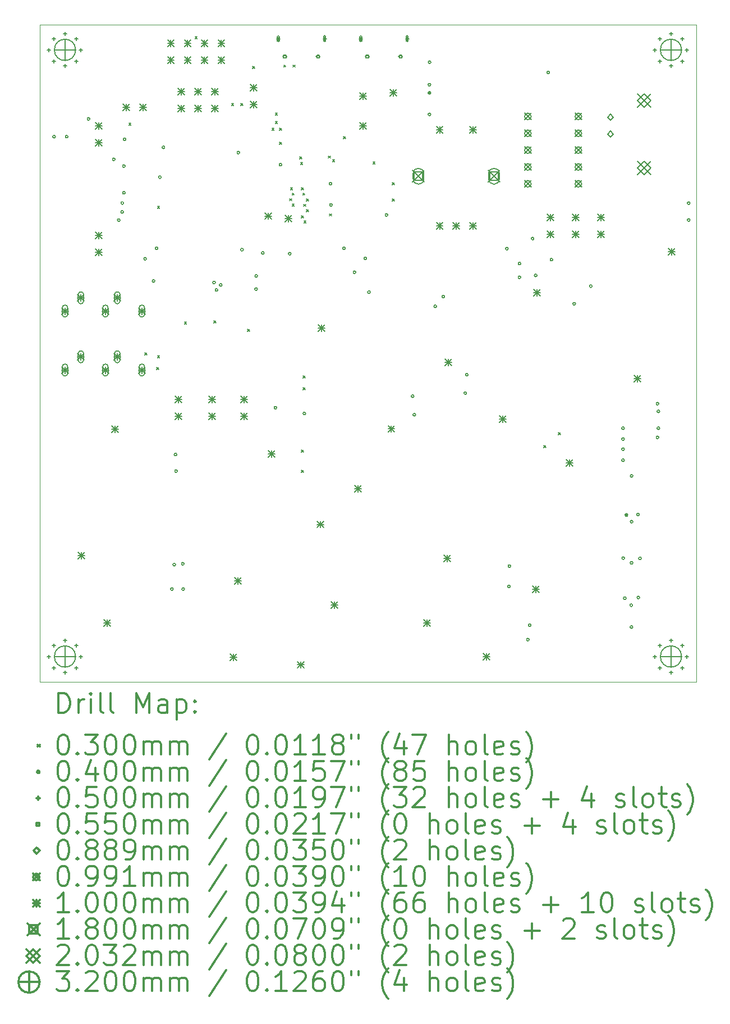
<source format=gbr>
%FSLAX45Y45*%
G04 Gerber Fmt 4.5, Leading zero omitted, Abs format (unit mm)*
G04 Created by KiCad (PCBNEW (5.1.10)-1) date 2021-10-14 22:19:22*
%MOMM*%
%LPD*%
G01*
G04 APERTURE LIST*
%TA.AperFunction,Profile*%
%ADD10C,0.038100*%
%TD*%
%ADD11C,0.200000*%
%ADD12C,0.300000*%
G04 APERTURE END LIST*
D10*
X14093600Y-4839600D02*
X14093600Y-14745600D01*
X23999600Y-4839600D02*
X14093600Y-4839600D01*
X23999600Y-14745600D02*
X23999600Y-4839600D01*
X14093600Y-14745600D02*
X23999600Y-14745600D01*
D11*
X15437500Y-6323200D02*
X15467500Y-6353200D01*
X15467500Y-6323200D02*
X15437500Y-6353200D01*
X15678800Y-9790300D02*
X15708800Y-9820300D01*
X15708800Y-9790300D02*
X15678800Y-9820300D01*
X15856600Y-10006200D02*
X15886600Y-10036200D01*
X15886600Y-10006200D02*
X15856600Y-10036200D01*
X15869300Y-7580500D02*
X15899300Y-7610500D01*
X15899300Y-7580500D02*
X15869300Y-7610500D01*
X15869300Y-9828400D02*
X15899300Y-9858400D01*
X15899300Y-9828400D02*
X15869300Y-9858400D01*
X16275700Y-9320400D02*
X16305700Y-9350400D01*
X16305700Y-9320400D02*
X16275700Y-9350400D01*
X16438260Y-5022720D02*
X16468260Y-5052720D01*
X16468260Y-5022720D02*
X16438260Y-5052720D01*
X16720200Y-9307700D02*
X16750200Y-9337700D01*
X16750200Y-9307700D02*
X16720200Y-9337700D01*
X16986900Y-6031100D02*
X17016900Y-6061100D01*
X17016900Y-6031100D02*
X16986900Y-6061100D01*
X17126600Y-6031100D02*
X17156600Y-6061100D01*
X17156600Y-6031100D02*
X17126600Y-6061100D01*
X17228200Y-9434700D02*
X17258200Y-9464700D01*
X17258200Y-9434700D02*
X17228200Y-9464700D01*
X17304400Y-5472300D02*
X17334400Y-5502300D01*
X17334400Y-5472300D02*
X17304400Y-5502300D01*
X17596500Y-6399400D02*
X17626500Y-6429400D01*
X17626500Y-6399400D02*
X17596500Y-6429400D01*
X17647300Y-6170800D02*
X17677300Y-6200800D01*
X17677300Y-6170800D02*
X17647300Y-6200800D01*
X17647300Y-6297800D02*
X17677300Y-6327800D01*
X17677300Y-6297800D02*
X17647300Y-6327800D01*
X17710800Y-6399400D02*
X17740800Y-6429400D01*
X17740800Y-6399400D02*
X17710800Y-6429400D01*
X17710800Y-6615300D02*
X17740800Y-6645300D01*
X17740800Y-6615300D02*
X17710800Y-6645300D01*
X17776840Y-5449440D02*
X17806840Y-5479440D01*
X17806840Y-5449440D02*
X17776840Y-5479440D01*
X17866248Y-7465692D02*
X17896248Y-7495692D01*
X17896248Y-7465692D02*
X17866248Y-7495692D01*
X17877932Y-7299576D02*
X17907932Y-7329576D01*
X17907932Y-7299576D02*
X17877932Y-7329576D01*
X17901300Y-7379200D02*
X17931300Y-7409200D01*
X17931300Y-7379200D02*
X17901300Y-7409200D01*
X17901300Y-7542400D02*
X17931300Y-7572400D01*
X17931300Y-7542400D02*
X17901300Y-7572400D01*
X17914000Y-5449440D02*
X17944000Y-5479440D01*
X17944000Y-5449440D02*
X17914000Y-5479440D01*
X18015600Y-6831200D02*
X18045600Y-6861200D01*
X18045600Y-6831200D02*
X18015600Y-6861200D01*
X18028300Y-6920100D02*
X18058300Y-6950100D01*
X18058300Y-6920100D02*
X18028300Y-6950100D01*
X18041000Y-7301100D02*
X18071000Y-7331100D01*
X18071000Y-7301100D02*
X18041000Y-7331100D01*
X18041000Y-7720200D02*
X18071000Y-7750200D01*
X18071000Y-7720200D02*
X18041000Y-7750200D01*
X18041000Y-11250800D02*
X18071000Y-11280800D01*
X18071000Y-11250800D02*
X18041000Y-11280800D01*
X18041000Y-11555600D02*
X18071000Y-11585600D01*
X18071000Y-11555600D02*
X18041000Y-11585600D01*
X18063352Y-7379840D02*
X18093352Y-7409840D01*
X18093352Y-7379840D02*
X18063352Y-7409840D01*
X18066400Y-10133200D02*
X18096400Y-10163200D01*
X18096400Y-10133200D02*
X18066400Y-10163200D01*
X18066400Y-10311000D02*
X18096400Y-10341000D01*
X18096400Y-10311000D02*
X18066400Y-10341000D01*
X18077068Y-7548496D02*
X18107068Y-7578496D01*
X18107068Y-7548496D02*
X18077068Y-7578496D01*
X18079100Y-7796400D02*
X18109100Y-7826400D01*
X18109100Y-7796400D02*
X18079100Y-7826400D01*
X18117200Y-7466200D02*
X18147200Y-7496200D01*
X18147200Y-7466200D02*
X18117200Y-7496200D01*
X18117200Y-7627236D02*
X18147200Y-7657236D01*
X18147200Y-7627236D02*
X18117200Y-7657236D01*
X18450675Y-6821775D02*
X18480675Y-6851775D01*
X18480675Y-6821775D02*
X18450675Y-6851775D01*
X18466450Y-7692300D02*
X18496450Y-7722300D01*
X18496450Y-7692300D02*
X18466450Y-7722300D01*
X18510900Y-6875650D02*
X18540900Y-6905650D01*
X18540900Y-6875650D02*
X18510900Y-6905650D01*
X18676000Y-6526400D02*
X18706000Y-6556400D01*
X18706000Y-6526400D02*
X18676000Y-6556400D01*
X19120500Y-6907400D02*
X19150500Y-6937400D01*
X19150500Y-6907400D02*
X19120500Y-6937400D01*
X19412600Y-7224900D02*
X19442600Y-7254900D01*
X19442600Y-7224900D02*
X19412600Y-7254900D01*
X19412600Y-7466200D02*
X19442600Y-7496200D01*
X19442600Y-7466200D02*
X19412600Y-7496200D01*
X19958700Y-5853300D02*
X19988700Y-5883300D01*
X19988700Y-5853300D02*
X19958700Y-5883300D01*
X21698600Y-11187300D02*
X21728600Y-11217300D01*
X21728600Y-11187300D02*
X21698600Y-11217300D01*
X21922120Y-10991720D02*
X21952120Y-11021720D01*
X21952120Y-10991720D02*
X21922120Y-11021720D01*
X22930500Y-12216000D02*
X22960500Y-12246000D01*
X22960500Y-12216000D02*
X22930500Y-12246000D01*
X14329500Y-6528700D02*
G75*
G03*
X14329500Y-6528700I-20000J0D01*
G01*
X14520000Y-6528700D02*
G75*
G03*
X14520000Y-6528700I-20000J0D01*
G01*
X14850200Y-6262000D02*
G75*
G03*
X14850200Y-6262000I-20000J0D01*
G01*
X15231200Y-6871600D02*
G75*
G03*
X15231200Y-6871600I-20000J0D01*
G01*
X15306500Y-7786900D02*
G75*
G03*
X15306500Y-7786900I-20000J0D01*
G01*
X15358200Y-7664080D02*
G75*
G03*
X15358200Y-7664080I-20000J0D01*
G01*
X15359100Y-7531100D02*
G75*
G03*
X15359100Y-7531100I-20000J0D01*
G01*
X15383600Y-6973200D02*
G75*
G03*
X15383600Y-6973200I-20000J0D01*
G01*
X15383600Y-7374520D02*
G75*
G03*
X15383600Y-7374520I-20000J0D01*
G01*
X15394268Y-6567816D02*
G75*
G03*
X15394268Y-6567816I-20000J0D01*
G01*
X15703640Y-8370200D02*
G75*
G03*
X15703640Y-8370200I-20000J0D01*
G01*
X15830640Y-8705480D02*
G75*
G03*
X15830640Y-8705480I-20000J0D01*
G01*
X15876360Y-8212720D02*
G75*
G03*
X15876360Y-8212720I-20000J0D01*
G01*
X15926144Y-7139824D02*
G75*
G03*
X15926144Y-7139824I-20000J0D01*
G01*
X15979728Y-6690414D02*
G75*
G03*
X15979728Y-6690414I-20000J0D01*
G01*
X16107500Y-13348600D02*
G75*
G03*
X16107500Y-13348600I-20000J0D01*
G01*
X16143060Y-12980300D02*
G75*
G03*
X16143060Y-12980300I-20000J0D01*
G01*
X16162110Y-11320410D02*
G75*
G03*
X16162110Y-11320410I-20000J0D01*
G01*
X16171000Y-11570600D02*
G75*
G03*
X16171000Y-11570600I-20000J0D01*
G01*
X16272600Y-12967600D02*
G75*
G03*
X16272600Y-12967600I-20000J0D01*
G01*
X16277680Y-13348600D02*
G75*
G03*
X16277680Y-13348600I-20000J0D01*
G01*
X16743770Y-8727070D02*
G75*
G03*
X16743770Y-8727070I-20000J0D01*
G01*
X16780600Y-8840100D02*
G75*
G03*
X16780600Y-8840100I-20000J0D01*
G01*
X16844100Y-8763900D02*
G75*
G03*
X16844100Y-8763900I-20000J0D01*
G01*
X17110800Y-6770000D02*
G75*
G03*
X17110800Y-6770000I-20000J0D01*
G01*
X17166680Y-8233040D02*
G75*
G03*
X17166680Y-8233040I-20000J0D01*
G01*
X17377500Y-8827400D02*
G75*
G03*
X17377500Y-8827400I-20000J0D01*
G01*
X17380040Y-8629280D02*
G75*
G03*
X17380040Y-8629280I-20000J0D01*
G01*
X17479100Y-8281300D02*
G75*
G03*
X17479100Y-8281300I-20000J0D01*
G01*
X17669600Y-10615560D02*
G75*
G03*
X17669600Y-10615560I-20000J0D01*
G01*
X17745800Y-6950901D02*
G75*
G03*
X17745800Y-6950901I-20000J0D01*
G01*
X17885500Y-8294000D02*
G75*
G03*
X17885500Y-8294000I-20000J0D01*
G01*
X18106480Y-10701920D02*
G75*
G03*
X18106480Y-10701920I-20000J0D01*
G01*
X18502720Y-7237360D02*
G75*
G03*
X18502720Y-7237360I-20000J0D01*
G01*
X18507800Y-7558900D02*
G75*
G03*
X18507800Y-7558900I-20000J0D01*
G01*
X18705650Y-8210450D02*
G75*
G03*
X18705650Y-8210450I-20000J0D01*
G01*
X18863400Y-8573400D02*
G75*
G03*
X18863400Y-8573400I-20000J0D01*
G01*
X19025960Y-8365120D02*
G75*
G03*
X19025960Y-8365120I-20000J0D01*
G01*
X19081840Y-8873120D02*
G75*
G03*
X19081840Y-8873120I-20000J0D01*
G01*
X19346000Y-7709800D02*
G75*
G03*
X19346000Y-7709800I-20000J0D01*
G01*
X19739700Y-10440300D02*
G75*
G03*
X19739700Y-10440300I-20000J0D01*
G01*
X19765100Y-10719700D02*
G75*
G03*
X19765100Y-10719700I-20000J0D01*
G01*
X19993700Y-5746380D02*
G75*
G03*
X19993700Y-5746380I-20000J0D01*
G01*
X19993700Y-5868300D02*
G75*
G03*
X19993700Y-5868300I-20000J0D01*
G01*
X19993700Y-6193962D02*
G75*
G03*
X19993700Y-6193962I-20000J0D01*
G01*
X19996240Y-5405800D02*
G75*
G03*
X19996240Y-5405800I-20000J0D01*
G01*
X20082600Y-9086480D02*
G75*
G03*
X20082600Y-9086480I-20000J0D01*
G01*
X20204520Y-8939160D02*
G75*
G03*
X20204520Y-8939160I-20000J0D01*
G01*
X20534099Y-10393666D02*
G75*
G03*
X20534099Y-10393666I-20000J0D01*
G01*
X20557100Y-10118200D02*
G75*
G03*
X20557100Y-10118200I-20000J0D01*
G01*
X21162100Y-8217800D02*
G75*
G03*
X21162100Y-8217800I-20000J0D01*
G01*
X21195120Y-13307960D02*
G75*
G03*
X21195120Y-13307960I-20000J0D01*
G01*
X21200200Y-13003160D02*
G75*
G03*
X21200200Y-13003160I-20000J0D01*
G01*
X21352600Y-8441320D02*
G75*
G03*
X21352600Y-8441320I-20000J0D01*
G01*
X21352600Y-8649600D02*
G75*
G03*
X21352600Y-8649600I-20000J0D01*
G01*
X21479600Y-14110600D02*
G75*
G03*
X21479600Y-14110600I-20000J0D01*
G01*
X21506270Y-13893430D02*
G75*
G03*
X21506270Y-13893430I-20000J0D01*
G01*
X21550720Y-8065400D02*
G75*
G03*
X21550720Y-8065400I-20000J0D01*
G01*
X21597710Y-8620390D02*
G75*
G03*
X21597710Y-8620390I-20000J0D01*
G01*
X21786000Y-5561900D02*
G75*
G03*
X21786000Y-5561900I-20000J0D01*
G01*
X21835200Y-8382900D02*
G75*
G03*
X21835200Y-8382900I-20000J0D01*
G01*
X22178100Y-9048380D02*
G75*
G03*
X22178100Y-9048380I-20000J0D01*
G01*
X22429560Y-8781680D02*
G75*
G03*
X22429560Y-8781680I-20000J0D01*
G01*
X22914700Y-10922900D02*
G75*
G03*
X22914700Y-10922900I-20000J0D01*
G01*
X22914700Y-11088000D02*
G75*
G03*
X22914700Y-11088000I-20000J0D01*
G01*
X22914700Y-11240400D02*
G75*
G03*
X22914700Y-11240400I-20000J0D01*
G01*
X22914700Y-11405500D02*
G75*
G03*
X22914700Y-11405500I-20000J0D01*
G01*
X22917240Y-12881240D02*
G75*
G03*
X22917240Y-12881240I-20000J0D01*
G01*
X22942640Y-13485760D02*
G75*
G03*
X22942640Y-13485760I-20000J0D01*
G01*
X22965500Y-12231000D02*
G75*
G03*
X22965500Y-12231000I-20000J0D01*
G01*
X23039160Y-13592440D02*
G75*
G03*
X23039160Y-13592440I-20000J0D01*
G01*
X23041700Y-13920100D02*
G75*
G03*
X23041700Y-13920100I-20000J0D01*
G01*
X23044240Y-11644260D02*
G75*
G03*
X23044240Y-11644260I-20000J0D01*
G01*
X23044240Y-12332600D02*
G75*
G03*
X23044240Y-12332600I-20000J0D01*
G01*
X23044240Y-12952360D02*
G75*
G03*
X23044240Y-12952360I-20000J0D01*
G01*
X23044240Y-12952360D02*
G75*
G03*
X23044240Y-12952360I-20000J0D01*
G01*
X23140760Y-12225920D02*
G75*
G03*
X23140760Y-12225920I-20000J0D01*
G01*
X23145840Y-13475600D02*
G75*
G03*
X23145840Y-13475600I-20000J0D01*
G01*
X23171240Y-12886320D02*
G75*
G03*
X23171240Y-12886320I-20000J0D01*
G01*
X23435400Y-10554600D02*
G75*
G03*
X23435400Y-10554600I-20000J0D01*
G01*
X23435400Y-11062600D02*
G75*
G03*
X23435400Y-11062600I-20000J0D01*
G01*
X23448100Y-10668900D02*
G75*
G03*
X23448100Y-10668900I-20000J0D01*
G01*
X23448100Y-10922900D02*
G75*
G03*
X23448100Y-10922900I-20000J0D01*
G01*
X23905300Y-7532000D02*
G75*
G03*
X23905300Y-7532000I-20000J0D01*
G01*
X23905300Y-7786000D02*
G75*
G03*
X23905300Y-7786000I-20000J0D01*
G01*
X14234600Y-5195600D02*
X14234600Y-5245600D01*
X14209600Y-5220600D02*
X14259600Y-5220600D01*
X14234600Y-14339600D02*
X14234600Y-14389600D01*
X14209600Y-14364600D02*
X14259600Y-14364600D01*
X14304894Y-5025894D02*
X14304894Y-5075894D01*
X14279894Y-5050894D02*
X14329894Y-5050894D01*
X14304894Y-5365306D02*
X14304894Y-5415306D01*
X14279894Y-5390306D02*
X14329894Y-5390306D01*
X14304894Y-14169894D02*
X14304894Y-14219894D01*
X14279894Y-14194894D02*
X14329894Y-14194894D01*
X14304894Y-14509306D02*
X14304894Y-14559306D01*
X14279894Y-14534306D02*
X14329894Y-14534306D01*
X14474600Y-4955600D02*
X14474600Y-5005600D01*
X14449600Y-4980600D02*
X14499600Y-4980600D01*
X14474600Y-5435600D02*
X14474600Y-5485600D01*
X14449600Y-5460600D02*
X14499600Y-5460600D01*
X14474600Y-14099600D02*
X14474600Y-14149600D01*
X14449600Y-14124600D02*
X14499600Y-14124600D01*
X14474600Y-14579600D02*
X14474600Y-14629600D01*
X14449600Y-14604600D02*
X14499600Y-14604600D01*
X14644306Y-5025894D02*
X14644306Y-5075894D01*
X14619306Y-5050894D02*
X14669306Y-5050894D01*
X14644306Y-5365306D02*
X14644306Y-5415306D01*
X14619306Y-5390306D02*
X14669306Y-5390306D01*
X14644306Y-14169894D02*
X14644306Y-14219894D01*
X14619306Y-14194894D02*
X14669306Y-14194894D01*
X14644306Y-14509306D02*
X14644306Y-14559306D01*
X14619306Y-14534306D02*
X14669306Y-14534306D01*
X14714600Y-5195600D02*
X14714600Y-5245600D01*
X14689600Y-5220600D02*
X14739600Y-5220600D01*
X14714600Y-14339600D02*
X14714600Y-14389600D01*
X14689600Y-14364600D02*
X14739600Y-14364600D01*
X17693300Y-5027200D02*
X17693300Y-5077200D01*
X17668300Y-5052200D02*
X17718300Y-5052200D01*
X17708300Y-5084700D02*
X17708300Y-5019700D01*
X17678300Y-5084700D02*
X17678300Y-5019700D01*
X17708300Y-5019700D02*
G75*
G03*
X17678300Y-5019700I-15000J0D01*
G01*
X17678300Y-5084700D02*
G75*
G03*
X17708300Y-5084700I15000J0D01*
G01*
X18393300Y-5027200D02*
X18393300Y-5077200D01*
X18368300Y-5052200D02*
X18418300Y-5052200D01*
X18408300Y-5084700D02*
X18408300Y-5019700D01*
X18378300Y-5084700D02*
X18378300Y-5019700D01*
X18408300Y-5019700D02*
G75*
G03*
X18378300Y-5019700I-15000J0D01*
G01*
X18378300Y-5084700D02*
G75*
G03*
X18408300Y-5084700I15000J0D01*
G01*
X18937900Y-5027200D02*
X18937900Y-5077200D01*
X18912900Y-5052200D02*
X18962900Y-5052200D01*
X18952900Y-5084700D02*
X18952900Y-5019700D01*
X18922900Y-5084700D02*
X18922900Y-5019700D01*
X18952900Y-5019700D02*
G75*
G03*
X18922900Y-5019700I-15000J0D01*
G01*
X18922900Y-5084700D02*
G75*
G03*
X18952900Y-5084700I15000J0D01*
G01*
X19637900Y-5027200D02*
X19637900Y-5077200D01*
X19612900Y-5052200D02*
X19662900Y-5052200D01*
X19652900Y-5084700D02*
X19652900Y-5019700D01*
X19622900Y-5084700D02*
X19622900Y-5019700D01*
X19652900Y-5019700D02*
G75*
G03*
X19622900Y-5019700I-15000J0D01*
G01*
X19622900Y-5084700D02*
G75*
G03*
X19652900Y-5084700I15000J0D01*
G01*
X23378600Y-5195600D02*
X23378600Y-5245600D01*
X23353600Y-5220600D02*
X23403600Y-5220600D01*
X23378600Y-14339600D02*
X23378600Y-14389600D01*
X23353600Y-14364600D02*
X23403600Y-14364600D01*
X23448894Y-5025894D02*
X23448894Y-5075894D01*
X23423894Y-5050894D02*
X23473894Y-5050894D01*
X23448894Y-5365306D02*
X23448894Y-5415306D01*
X23423894Y-5390306D02*
X23473894Y-5390306D01*
X23448894Y-14169894D02*
X23448894Y-14219894D01*
X23423894Y-14194894D02*
X23473894Y-14194894D01*
X23448894Y-14509306D02*
X23448894Y-14559306D01*
X23423894Y-14534306D02*
X23473894Y-14534306D01*
X23618600Y-4955600D02*
X23618600Y-5005600D01*
X23593600Y-4980600D02*
X23643600Y-4980600D01*
X23618600Y-5435600D02*
X23618600Y-5485600D01*
X23593600Y-5460600D02*
X23643600Y-5460600D01*
X23618600Y-14099600D02*
X23618600Y-14149600D01*
X23593600Y-14124600D02*
X23643600Y-14124600D01*
X23618600Y-14579600D02*
X23618600Y-14629600D01*
X23593600Y-14604600D02*
X23643600Y-14604600D01*
X23788306Y-5025894D02*
X23788306Y-5075894D01*
X23763306Y-5050894D02*
X23813306Y-5050894D01*
X23788306Y-5365306D02*
X23788306Y-5415306D01*
X23763306Y-5390306D02*
X23813306Y-5390306D01*
X23788306Y-14169894D02*
X23788306Y-14219894D01*
X23763306Y-14194894D02*
X23813306Y-14194894D01*
X23788306Y-14509306D02*
X23788306Y-14559306D01*
X23763306Y-14534306D02*
X23813306Y-14534306D01*
X23858600Y-5195600D02*
X23858600Y-5245600D01*
X23833600Y-5220600D02*
X23883600Y-5220600D01*
X23858600Y-14339600D02*
X23858600Y-14389600D01*
X23833600Y-14364600D02*
X23883600Y-14364600D01*
X17812746Y-5341646D02*
X17812746Y-5302754D01*
X17773854Y-5302754D01*
X17773854Y-5341646D01*
X17812746Y-5341646D01*
X17808300Y-5304700D02*
X17778300Y-5304700D01*
X17808300Y-5339700D02*
X17778300Y-5339700D01*
X17778300Y-5304700D02*
G75*
G03*
X17778300Y-5339700I0J-17500D01*
G01*
X17808300Y-5339700D02*
G75*
G03*
X17808300Y-5304700I0J17500D01*
G01*
X18312746Y-5341646D02*
X18312746Y-5302754D01*
X18273854Y-5302754D01*
X18273854Y-5341646D01*
X18312746Y-5341646D01*
X18308300Y-5304700D02*
X18278300Y-5304700D01*
X18308300Y-5339700D02*
X18278300Y-5339700D01*
X18278300Y-5304700D02*
G75*
G03*
X18278300Y-5339700I0J-17500D01*
G01*
X18308300Y-5339700D02*
G75*
G03*
X18308300Y-5304700I0J17500D01*
G01*
X19057346Y-5341646D02*
X19057346Y-5302754D01*
X19018454Y-5302754D01*
X19018454Y-5341646D01*
X19057346Y-5341646D01*
X19052900Y-5304700D02*
X19022900Y-5304700D01*
X19052900Y-5339700D02*
X19022900Y-5339700D01*
X19022900Y-5304700D02*
G75*
G03*
X19022900Y-5339700I0J-17500D01*
G01*
X19052900Y-5339700D02*
G75*
G03*
X19052900Y-5304700I0J17500D01*
G01*
X19557346Y-5341646D02*
X19557346Y-5302754D01*
X19518454Y-5302754D01*
X19518454Y-5341646D01*
X19557346Y-5341646D01*
X19552900Y-5304700D02*
X19522900Y-5304700D01*
X19552900Y-5339700D02*
X19522900Y-5339700D01*
X19522900Y-5304700D02*
G75*
G03*
X19522900Y-5339700I0J-17500D01*
G01*
X19552900Y-5339700D02*
G75*
G03*
X19552900Y-5304700I0J17500D01*
G01*
X22704200Y-6281050D02*
X22748650Y-6236600D01*
X22704200Y-6192150D01*
X22659750Y-6236600D01*
X22704200Y-6281050D01*
X22704200Y-6535050D02*
X22748650Y-6490600D01*
X22704200Y-6446150D01*
X22659750Y-6490600D01*
X22704200Y-6535050D01*
X21410070Y-6174370D02*
X21509130Y-6273430D01*
X21509130Y-6174370D02*
X21410070Y-6273430D01*
X21509130Y-6223900D02*
G75*
G03*
X21509130Y-6223900I-49530J0D01*
G01*
X21410070Y-6428370D02*
X21509130Y-6527430D01*
X21509130Y-6428370D02*
X21410070Y-6527430D01*
X21509130Y-6477900D02*
G75*
G03*
X21509130Y-6477900I-49530J0D01*
G01*
X21410070Y-6682370D02*
X21509130Y-6781430D01*
X21509130Y-6682370D02*
X21410070Y-6781430D01*
X21509130Y-6731900D02*
G75*
G03*
X21509130Y-6731900I-49530J0D01*
G01*
X21410070Y-6936370D02*
X21509130Y-7035430D01*
X21509130Y-6936370D02*
X21410070Y-7035430D01*
X21509130Y-6985900D02*
G75*
G03*
X21509130Y-6985900I-49530J0D01*
G01*
X21410070Y-7190370D02*
X21509130Y-7289430D01*
X21509130Y-7190370D02*
X21410070Y-7289430D01*
X21509130Y-7239900D02*
G75*
G03*
X21509130Y-7239900I-49530J0D01*
G01*
X22172070Y-6174370D02*
X22271130Y-6273430D01*
X22271130Y-6174370D02*
X22172070Y-6273430D01*
X22271130Y-6223900D02*
G75*
G03*
X22271130Y-6223900I-49530J0D01*
G01*
X22172070Y-6428370D02*
X22271130Y-6527430D01*
X22271130Y-6428370D02*
X22172070Y-6527430D01*
X22271130Y-6477900D02*
G75*
G03*
X22271130Y-6477900I-49530J0D01*
G01*
X22172070Y-6682370D02*
X22271130Y-6781430D01*
X22271130Y-6682370D02*
X22172070Y-6781430D01*
X22271130Y-6731900D02*
G75*
G03*
X22271130Y-6731900I-49530J0D01*
G01*
X22172070Y-6936370D02*
X22271130Y-7035430D01*
X22271130Y-6936370D02*
X22172070Y-7035430D01*
X22271130Y-6985900D02*
G75*
G03*
X22271130Y-6985900I-49530J0D01*
G01*
X22172070Y-7190370D02*
X22271130Y-7289430D01*
X22271130Y-7190370D02*
X22172070Y-7289430D01*
X22271130Y-7239900D02*
G75*
G03*
X22271130Y-7239900I-49530J0D01*
G01*
X14424600Y-9107600D02*
X14524600Y-9207600D01*
X14524600Y-9107600D02*
X14424600Y-9207600D01*
X14474600Y-9107600D02*
X14474600Y-9207600D01*
X14424600Y-9157600D02*
X14524600Y-9157600D01*
X14434600Y-9107600D02*
X14434600Y-9207600D01*
X14514600Y-9107600D02*
X14514600Y-9207600D01*
X14434600Y-9207600D02*
G75*
G03*
X14514600Y-9207600I40000J0D01*
G01*
X14514600Y-9107600D02*
G75*
G03*
X14434600Y-9107600I-40000J0D01*
G01*
X14424600Y-9996600D02*
X14524600Y-10096600D01*
X14524600Y-9996600D02*
X14424600Y-10096600D01*
X14474600Y-9996600D02*
X14474600Y-10096600D01*
X14424600Y-10046600D02*
X14524600Y-10046600D01*
X14434600Y-9996600D02*
X14434600Y-10096600D01*
X14514600Y-9996600D02*
X14514600Y-10096600D01*
X14434600Y-10096600D02*
G75*
G03*
X14514600Y-10096600I40000J0D01*
G01*
X14514600Y-9996600D02*
G75*
G03*
X14434600Y-9996600I-40000J0D01*
G01*
X14664600Y-8907600D02*
X14764600Y-9007600D01*
X14764600Y-8907600D02*
X14664600Y-9007600D01*
X14714600Y-8907600D02*
X14714600Y-9007600D01*
X14664600Y-8957600D02*
X14764600Y-8957600D01*
X14674600Y-8907600D02*
X14674600Y-9007600D01*
X14754600Y-8907600D02*
X14754600Y-9007600D01*
X14674600Y-9007600D02*
G75*
G03*
X14754600Y-9007600I40000J0D01*
G01*
X14754600Y-8907600D02*
G75*
G03*
X14674600Y-8907600I-40000J0D01*
G01*
X14664600Y-9796600D02*
X14764600Y-9896600D01*
X14764600Y-9796600D02*
X14664600Y-9896600D01*
X14714600Y-9796600D02*
X14714600Y-9896600D01*
X14664600Y-9846600D02*
X14764600Y-9846600D01*
X14674600Y-9796600D02*
X14674600Y-9896600D01*
X14754600Y-9796600D02*
X14754600Y-9896600D01*
X14674600Y-9896600D02*
G75*
G03*
X14754600Y-9896600I40000J0D01*
G01*
X14754600Y-9796600D02*
G75*
G03*
X14674600Y-9796600I-40000J0D01*
G01*
X14670980Y-12795680D02*
X14770980Y-12895680D01*
X14770980Y-12795680D02*
X14670980Y-12895680D01*
X14720980Y-12795680D02*
X14720980Y-12895680D01*
X14670980Y-12845680D02*
X14770980Y-12845680D01*
X14932600Y-6313600D02*
X15032600Y-6413600D01*
X15032600Y-6313600D02*
X14932600Y-6413600D01*
X14982600Y-6313600D02*
X14982600Y-6413600D01*
X14932600Y-6363600D02*
X15032600Y-6363600D01*
X14932600Y-6567600D02*
X15032600Y-6667600D01*
X15032600Y-6567600D02*
X14932600Y-6667600D01*
X14982600Y-6567600D02*
X14982600Y-6667600D01*
X14932600Y-6617600D02*
X15032600Y-6617600D01*
X14932600Y-7964600D02*
X15032600Y-8064600D01*
X15032600Y-7964600D02*
X14932600Y-8064600D01*
X14982600Y-7964600D02*
X14982600Y-8064600D01*
X14932600Y-8014600D02*
X15032600Y-8014600D01*
X14932600Y-8218600D02*
X15032600Y-8318600D01*
X15032600Y-8218600D02*
X14932600Y-8318600D01*
X14982600Y-8218600D02*
X14982600Y-8318600D01*
X14932600Y-8268600D02*
X15032600Y-8268600D01*
X15034600Y-9107600D02*
X15134600Y-9207600D01*
X15134600Y-9107600D02*
X15034600Y-9207600D01*
X15084600Y-9107600D02*
X15084600Y-9207600D01*
X15034600Y-9157600D02*
X15134600Y-9157600D01*
X15044600Y-9107600D02*
X15044600Y-9207600D01*
X15124600Y-9107600D02*
X15124600Y-9207600D01*
X15044600Y-9207600D02*
G75*
G03*
X15124600Y-9207600I40000J0D01*
G01*
X15124600Y-9107600D02*
G75*
G03*
X15044600Y-9107600I-40000J0D01*
G01*
X15034600Y-9996600D02*
X15134600Y-10096600D01*
X15134600Y-9996600D02*
X15034600Y-10096600D01*
X15084600Y-9996600D02*
X15084600Y-10096600D01*
X15034600Y-10046600D02*
X15134600Y-10046600D01*
X15044600Y-9996600D02*
X15044600Y-10096600D01*
X15124600Y-9996600D02*
X15124600Y-10096600D01*
X15044600Y-10096600D02*
G75*
G03*
X15124600Y-10096600I40000J0D01*
G01*
X15124600Y-9996600D02*
G75*
G03*
X15044600Y-9996600I-40000J0D01*
G01*
X15059600Y-13811680D02*
X15159600Y-13911680D01*
X15159600Y-13811680D02*
X15059600Y-13911680D01*
X15109600Y-13811680D02*
X15109600Y-13911680D01*
X15059600Y-13861680D02*
X15159600Y-13861680D01*
X15181520Y-10885600D02*
X15281520Y-10985600D01*
X15281520Y-10885600D02*
X15181520Y-10985600D01*
X15231520Y-10885600D02*
X15231520Y-10985600D01*
X15181520Y-10935600D02*
X15281520Y-10935600D01*
X15214600Y-8907600D02*
X15314600Y-9007600D01*
X15314600Y-8907600D02*
X15214600Y-9007600D01*
X15264600Y-8907600D02*
X15264600Y-9007600D01*
X15214600Y-8957600D02*
X15314600Y-8957600D01*
X15224600Y-8907600D02*
X15224600Y-9007600D01*
X15304600Y-8907600D02*
X15304600Y-9007600D01*
X15224600Y-9007600D02*
G75*
G03*
X15304600Y-9007600I40000J0D01*
G01*
X15304600Y-8907600D02*
G75*
G03*
X15224600Y-8907600I-40000J0D01*
G01*
X15214600Y-9796600D02*
X15314600Y-9896600D01*
X15314600Y-9796600D02*
X15214600Y-9896600D01*
X15264600Y-9796600D02*
X15264600Y-9896600D01*
X15214600Y-9846600D02*
X15314600Y-9846600D01*
X15224600Y-9796600D02*
X15224600Y-9896600D01*
X15304600Y-9796600D02*
X15304600Y-9896600D01*
X15224600Y-9896600D02*
G75*
G03*
X15304600Y-9896600I40000J0D01*
G01*
X15304600Y-9796600D02*
G75*
G03*
X15224600Y-9796600I-40000J0D01*
G01*
X15351700Y-6034200D02*
X15451700Y-6134200D01*
X15451700Y-6034200D02*
X15351700Y-6134200D01*
X15401700Y-6034200D02*
X15401700Y-6134200D01*
X15351700Y-6084200D02*
X15451700Y-6084200D01*
X15584600Y-9107600D02*
X15684600Y-9207600D01*
X15684600Y-9107600D02*
X15584600Y-9207600D01*
X15634600Y-9107600D02*
X15634600Y-9207600D01*
X15584600Y-9157600D02*
X15684600Y-9157600D01*
X15594600Y-9107600D02*
X15594600Y-9207600D01*
X15674600Y-9107600D02*
X15674600Y-9207600D01*
X15594600Y-9207600D02*
G75*
G03*
X15674600Y-9207600I40000J0D01*
G01*
X15674600Y-9107600D02*
G75*
G03*
X15594600Y-9107600I-40000J0D01*
G01*
X15584600Y-9996600D02*
X15684600Y-10096600D01*
X15684600Y-9996600D02*
X15584600Y-10096600D01*
X15634600Y-9996600D02*
X15634600Y-10096600D01*
X15584600Y-10046600D02*
X15684600Y-10046600D01*
X15594600Y-9996600D02*
X15594600Y-10096600D01*
X15674600Y-9996600D02*
X15674600Y-10096600D01*
X15594600Y-10096600D02*
G75*
G03*
X15674600Y-10096600I40000J0D01*
G01*
X15674600Y-9996600D02*
G75*
G03*
X15594600Y-9996600I-40000J0D01*
G01*
X15605700Y-6034200D02*
X15705700Y-6134200D01*
X15705700Y-6034200D02*
X15605700Y-6134200D01*
X15655700Y-6034200D02*
X15655700Y-6134200D01*
X15605700Y-6084200D02*
X15705700Y-6084200D01*
X16022260Y-5071540D02*
X16122260Y-5171540D01*
X16122260Y-5071540D02*
X16022260Y-5171540D01*
X16072260Y-5071540D02*
X16072260Y-5171540D01*
X16022260Y-5121540D02*
X16122260Y-5121540D01*
X16022260Y-5325540D02*
X16122260Y-5425540D01*
X16122260Y-5325540D02*
X16022260Y-5425540D01*
X16072260Y-5325540D02*
X16072260Y-5425540D01*
X16022260Y-5375540D02*
X16122260Y-5375540D01*
X16139100Y-10441100D02*
X16239100Y-10541100D01*
X16239100Y-10441100D02*
X16139100Y-10541100D01*
X16189100Y-10441100D02*
X16189100Y-10541100D01*
X16139100Y-10491100D02*
X16239100Y-10491100D01*
X16139100Y-10695100D02*
X16239100Y-10795100D01*
X16239100Y-10695100D02*
X16139100Y-10795100D01*
X16189100Y-10695100D02*
X16189100Y-10795100D01*
X16139100Y-10745100D02*
X16239100Y-10745100D01*
X16177200Y-5800520D02*
X16277200Y-5900520D01*
X16277200Y-5800520D02*
X16177200Y-5900520D01*
X16227200Y-5800520D02*
X16227200Y-5900520D01*
X16177200Y-5850520D02*
X16277200Y-5850520D01*
X16177200Y-6054520D02*
X16277200Y-6154520D01*
X16277200Y-6054520D02*
X16177200Y-6154520D01*
X16227200Y-6054520D02*
X16227200Y-6154520D01*
X16177200Y-6104520D02*
X16277200Y-6104520D01*
X16276260Y-5071540D02*
X16376260Y-5171540D01*
X16376260Y-5071540D02*
X16276260Y-5171540D01*
X16326260Y-5071540D02*
X16326260Y-5171540D01*
X16276260Y-5121540D02*
X16376260Y-5121540D01*
X16276260Y-5325540D02*
X16376260Y-5425540D01*
X16376260Y-5325540D02*
X16276260Y-5425540D01*
X16326260Y-5325540D02*
X16326260Y-5425540D01*
X16276260Y-5375540D02*
X16376260Y-5375540D01*
X16431200Y-5800520D02*
X16531200Y-5900520D01*
X16531200Y-5800520D02*
X16431200Y-5900520D01*
X16481200Y-5800520D02*
X16481200Y-5900520D01*
X16431200Y-5850520D02*
X16531200Y-5850520D01*
X16431200Y-6054520D02*
X16531200Y-6154520D01*
X16531200Y-6054520D02*
X16431200Y-6154520D01*
X16481200Y-6054520D02*
X16481200Y-6154520D01*
X16431200Y-6104520D02*
X16531200Y-6104520D01*
X16530260Y-5071540D02*
X16630260Y-5171540D01*
X16630260Y-5071540D02*
X16530260Y-5171540D01*
X16580260Y-5071540D02*
X16580260Y-5171540D01*
X16530260Y-5121540D02*
X16630260Y-5121540D01*
X16530260Y-5325540D02*
X16630260Y-5425540D01*
X16630260Y-5325540D02*
X16530260Y-5425540D01*
X16580260Y-5325540D02*
X16580260Y-5425540D01*
X16530260Y-5375540D02*
X16630260Y-5375540D01*
X16647100Y-10441100D02*
X16747100Y-10541100D01*
X16747100Y-10441100D02*
X16647100Y-10541100D01*
X16697100Y-10441100D02*
X16697100Y-10541100D01*
X16647100Y-10491100D02*
X16747100Y-10491100D01*
X16647100Y-10695100D02*
X16747100Y-10795100D01*
X16747100Y-10695100D02*
X16647100Y-10795100D01*
X16697100Y-10695100D02*
X16697100Y-10795100D01*
X16647100Y-10745100D02*
X16747100Y-10745100D01*
X16685200Y-5800520D02*
X16785200Y-5900520D01*
X16785200Y-5800520D02*
X16685200Y-5900520D01*
X16735200Y-5800520D02*
X16735200Y-5900520D01*
X16685200Y-5850520D02*
X16785200Y-5850520D01*
X16685200Y-6054520D02*
X16785200Y-6154520D01*
X16785200Y-6054520D02*
X16685200Y-6154520D01*
X16735200Y-6054520D02*
X16735200Y-6154520D01*
X16685200Y-6104520D02*
X16785200Y-6104520D01*
X16784260Y-5071540D02*
X16884260Y-5171540D01*
X16884260Y-5071540D02*
X16784260Y-5171540D01*
X16834260Y-5071540D02*
X16834260Y-5171540D01*
X16784260Y-5121540D02*
X16884260Y-5121540D01*
X16784260Y-5325540D02*
X16884260Y-5425540D01*
X16884260Y-5325540D02*
X16784260Y-5425540D01*
X16834260Y-5325540D02*
X16834260Y-5425540D01*
X16784260Y-5375540D02*
X16884260Y-5375540D01*
X16969680Y-14322220D02*
X17069680Y-14422220D01*
X17069680Y-14322220D02*
X16969680Y-14422220D01*
X17019680Y-14322220D02*
X17019680Y-14422220D01*
X16969680Y-14372220D02*
X17069680Y-14372220D01*
X17033180Y-13171600D02*
X17133180Y-13271600D01*
X17133180Y-13171600D02*
X17033180Y-13271600D01*
X17083180Y-13171600D02*
X17083180Y-13271600D01*
X17033180Y-13221600D02*
X17133180Y-13221600D01*
X17127160Y-10438560D02*
X17227160Y-10538560D01*
X17227160Y-10438560D02*
X17127160Y-10538560D01*
X17177160Y-10438560D02*
X17177160Y-10538560D01*
X17127160Y-10488560D02*
X17227160Y-10488560D01*
X17127160Y-10692560D02*
X17227160Y-10792560D01*
X17227160Y-10692560D02*
X17127160Y-10792560D01*
X17177160Y-10692560D02*
X17177160Y-10792560D01*
X17127160Y-10742560D02*
X17227160Y-10742560D01*
X17269400Y-5742100D02*
X17369400Y-5842100D01*
X17369400Y-5742100D02*
X17269400Y-5842100D01*
X17319400Y-5742100D02*
X17319400Y-5842100D01*
X17269400Y-5792100D02*
X17369400Y-5792100D01*
X17269400Y-5996100D02*
X17369400Y-6096100D01*
X17369400Y-5996100D02*
X17269400Y-6096100D01*
X17319400Y-5996100D02*
X17319400Y-6096100D01*
X17269400Y-6046100D02*
X17369400Y-6046100D01*
X17492920Y-7675040D02*
X17592920Y-7775040D01*
X17592920Y-7675040D02*
X17492920Y-7775040D01*
X17542920Y-7675040D02*
X17542920Y-7775040D01*
X17492920Y-7725040D02*
X17592920Y-7725040D01*
X17543720Y-11261520D02*
X17643720Y-11361520D01*
X17643720Y-11261520D02*
X17543720Y-11361520D01*
X17593720Y-11261520D02*
X17593720Y-11361520D01*
X17543720Y-11311520D02*
X17643720Y-11311520D01*
X17797720Y-7715680D02*
X17897720Y-7815680D01*
X17897720Y-7715680D02*
X17797720Y-7815680D01*
X17847720Y-7715680D02*
X17847720Y-7815680D01*
X17797720Y-7765680D02*
X17897720Y-7765680D01*
X17985680Y-14439060D02*
X18085680Y-14539060D01*
X18085680Y-14439060D02*
X17985680Y-14539060D01*
X18035680Y-14439060D02*
X18035680Y-14539060D01*
X17985680Y-14489060D02*
X18085680Y-14489060D01*
X18280320Y-12323240D02*
X18380320Y-12423240D01*
X18380320Y-12323240D02*
X18280320Y-12423240D01*
X18330320Y-12323240D02*
X18330320Y-12423240D01*
X18280320Y-12373240D02*
X18380320Y-12373240D01*
X18298100Y-9366680D02*
X18398100Y-9466680D01*
X18398100Y-9366680D02*
X18298100Y-9466680D01*
X18348100Y-9366680D02*
X18348100Y-9466680D01*
X18298100Y-9416680D02*
X18398100Y-9416680D01*
X18491140Y-13539900D02*
X18591140Y-13639900D01*
X18591140Y-13539900D02*
X18491140Y-13639900D01*
X18541140Y-13539900D02*
X18541140Y-13639900D01*
X18491140Y-13589900D02*
X18591140Y-13589900D01*
X18844200Y-11782220D02*
X18944200Y-11882220D01*
X18944200Y-11782220D02*
X18844200Y-11882220D01*
X18894200Y-11782220D02*
X18894200Y-11882220D01*
X18844200Y-11832220D02*
X18944200Y-11832220D01*
X18920400Y-5869100D02*
X19020400Y-5969100D01*
X19020400Y-5869100D02*
X18920400Y-5969100D01*
X18970400Y-5869100D02*
X18970400Y-5969100D01*
X18920400Y-5919100D02*
X19020400Y-5919100D01*
X18920400Y-6313600D02*
X19020400Y-6413600D01*
X19020400Y-6313600D02*
X18920400Y-6413600D01*
X18970400Y-6313600D02*
X18970400Y-6413600D01*
X18920400Y-6363600D02*
X19020400Y-6363600D01*
X19349660Y-10883060D02*
X19449660Y-10983060D01*
X19449660Y-10883060D02*
X19349660Y-10983060D01*
X19399660Y-10883060D02*
X19399660Y-10983060D01*
X19349660Y-10933060D02*
X19449660Y-10933060D01*
X19377600Y-5818300D02*
X19477600Y-5918300D01*
X19477600Y-5818300D02*
X19377600Y-5918300D01*
X19427600Y-5818300D02*
X19427600Y-5918300D01*
X19377600Y-5868300D02*
X19477600Y-5868300D01*
X19888140Y-13811680D02*
X19988140Y-13911680D01*
X19988140Y-13811680D02*
X19888140Y-13911680D01*
X19938140Y-13811680D02*
X19938140Y-13911680D01*
X19888140Y-13861680D02*
X19988140Y-13861680D01*
X20078600Y-6375600D02*
X20178600Y-6475600D01*
X20178600Y-6375600D02*
X20078600Y-6475600D01*
X20128600Y-6375600D02*
X20128600Y-6475600D01*
X20078600Y-6425600D02*
X20178600Y-6425600D01*
X20078600Y-7825600D02*
X20178600Y-7925600D01*
X20178600Y-7825600D02*
X20078600Y-7925600D01*
X20128600Y-7825600D02*
X20128600Y-7925600D01*
X20078600Y-7875600D02*
X20178600Y-7875600D01*
X20190400Y-12833780D02*
X20290400Y-12933780D01*
X20290400Y-12833780D02*
X20190400Y-12933780D01*
X20240400Y-12833780D02*
X20240400Y-12933780D01*
X20190400Y-12883780D02*
X20290400Y-12883780D01*
X20208180Y-9877220D02*
X20308180Y-9977220D01*
X20308180Y-9877220D02*
X20208180Y-9977220D01*
X20258180Y-9877220D02*
X20258180Y-9977220D01*
X20208180Y-9927220D02*
X20308180Y-9927220D01*
X20328600Y-7825600D02*
X20428600Y-7925600D01*
X20428600Y-7825600D02*
X20328600Y-7925600D01*
X20378600Y-7825600D02*
X20378600Y-7925600D01*
X20328600Y-7875600D02*
X20428600Y-7875600D01*
X20578600Y-6375600D02*
X20678600Y-6475600D01*
X20678600Y-6375600D02*
X20578600Y-6475600D01*
X20628600Y-6375600D02*
X20628600Y-6475600D01*
X20578600Y-6425600D02*
X20678600Y-6425600D01*
X20578600Y-7825600D02*
X20678600Y-7925600D01*
X20678600Y-7825600D02*
X20578600Y-7925600D01*
X20628600Y-7825600D02*
X20628600Y-7925600D01*
X20578600Y-7875600D02*
X20678600Y-7875600D01*
X20787300Y-14317140D02*
X20887300Y-14417140D01*
X20887300Y-14317140D02*
X20787300Y-14417140D01*
X20837300Y-14317140D02*
X20837300Y-14417140D01*
X20787300Y-14367140D02*
X20887300Y-14367140D01*
X21033680Y-10738280D02*
X21133680Y-10838280D01*
X21133680Y-10738280D02*
X21033680Y-10838280D01*
X21083680Y-10738280D02*
X21083680Y-10838280D01*
X21033680Y-10788280D02*
X21133680Y-10788280D01*
X21528980Y-13303680D02*
X21628980Y-13403680D01*
X21628980Y-13303680D02*
X21528980Y-13403680D01*
X21578980Y-13303680D02*
X21578980Y-13403680D01*
X21528980Y-13353680D02*
X21628980Y-13353680D01*
X21544220Y-8828200D02*
X21644220Y-8928200D01*
X21644220Y-8828200D02*
X21544220Y-8928200D01*
X21594220Y-8828200D02*
X21594220Y-8928200D01*
X21544220Y-8878200D02*
X21644220Y-8878200D01*
X21752500Y-7697900D02*
X21852500Y-7797900D01*
X21852500Y-7697900D02*
X21752500Y-7797900D01*
X21802500Y-7697900D02*
X21802500Y-7797900D01*
X21752500Y-7747900D02*
X21852500Y-7747900D01*
X21752500Y-7951900D02*
X21852500Y-8051900D01*
X21852500Y-7951900D02*
X21752500Y-8051900D01*
X21802500Y-7951900D02*
X21802500Y-8051900D01*
X21752500Y-8001900D02*
X21852500Y-8001900D01*
X22039520Y-11393600D02*
X22139520Y-11493600D01*
X22139520Y-11393600D02*
X22039520Y-11493600D01*
X22089520Y-11393600D02*
X22089520Y-11493600D01*
X22039520Y-11443600D02*
X22139520Y-11443600D01*
X22133500Y-7697900D02*
X22233500Y-7797900D01*
X22233500Y-7697900D02*
X22133500Y-7797900D01*
X22183500Y-7697900D02*
X22183500Y-7797900D01*
X22133500Y-7747900D02*
X22233500Y-7747900D01*
X22133500Y-7951900D02*
X22233500Y-8051900D01*
X22233500Y-7951900D02*
X22133500Y-8051900D01*
X22183500Y-7951900D02*
X22183500Y-8051900D01*
X22133500Y-8001900D02*
X22233500Y-8001900D01*
X22514500Y-7697900D02*
X22614500Y-7797900D01*
X22614500Y-7697900D02*
X22514500Y-7797900D01*
X22564500Y-7697900D02*
X22564500Y-7797900D01*
X22514500Y-7747900D02*
X22614500Y-7747900D01*
X22514500Y-7951900D02*
X22614500Y-8051900D01*
X22614500Y-7951900D02*
X22514500Y-8051900D01*
X22564500Y-7951900D02*
X22564500Y-8051900D01*
X22514500Y-8001900D02*
X22614500Y-8001900D01*
X23065680Y-10123600D02*
X23165680Y-10223600D01*
X23165680Y-10123600D02*
X23065680Y-10223600D01*
X23115680Y-10123600D02*
X23115680Y-10223600D01*
X23065680Y-10173600D02*
X23165680Y-10173600D01*
X23576220Y-8213520D02*
X23676220Y-8313520D01*
X23676220Y-8213520D02*
X23576220Y-8313520D01*
X23626220Y-8213520D02*
X23626220Y-8313520D01*
X23576220Y-8263520D02*
X23676220Y-8263520D01*
X19718600Y-7035600D02*
X19898600Y-7215600D01*
X19898600Y-7035600D02*
X19718600Y-7215600D01*
X19872240Y-7189240D02*
X19872240Y-7061960D01*
X19744960Y-7061960D01*
X19744960Y-7189240D01*
X19872240Y-7189240D01*
X19728600Y-7085600D02*
X19728600Y-7165600D01*
X19888600Y-7085600D02*
X19888600Y-7165600D01*
X19728600Y-7165600D02*
G75*
G03*
X19888600Y-7165600I80000J0D01*
G01*
X19888600Y-7085600D02*
G75*
G03*
X19728600Y-7085600I-80000J0D01*
G01*
X20858600Y-7035600D02*
X21038600Y-7215600D01*
X21038600Y-7035600D02*
X20858600Y-7215600D01*
X21012240Y-7189240D02*
X21012240Y-7061960D01*
X20884960Y-7061960D01*
X20884960Y-7189240D01*
X21012240Y-7189240D01*
X20868600Y-7085600D02*
X20868600Y-7165600D01*
X21028600Y-7085600D02*
X21028600Y-7165600D01*
X20868600Y-7165600D02*
G75*
G03*
X21028600Y-7165600I80000J0D01*
G01*
X21028600Y-7085600D02*
G75*
G03*
X20868600Y-7085600I-80000J0D01*
G01*
X23110600Y-5881000D02*
X23313800Y-6084200D01*
X23313800Y-5881000D02*
X23110600Y-6084200D01*
X23212200Y-6084200D02*
X23313800Y-5982600D01*
X23212200Y-5881000D01*
X23110600Y-5982600D01*
X23212200Y-6084200D01*
X23110600Y-6897000D02*
X23313800Y-7100200D01*
X23313800Y-6897000D02*
X23110600Y-7100200D01*
X23212200Y-7100200D02*
X23313800Y-6998600D01*
X23212200Y-6897000D01*
X23110600Y-6998600D01*
X23212200Y-7100200D01*
X14474600Y-5060600D02*
X14474600Y-5380600D01*
X14314600Y-5220600D02*
X14634600Y-5220600D01*
X14634600Y-5220600D02*
G75*
G03*
X14634600Y-5220600I-160000J0D01*
G01*
X14474600Y-14204600D02*
X14474600Y-14524600D01*
X14314600Y-14364600D02*
X14634600Y-14364600D01*
X14634600Y-14364600D02*
G75*
G03*
X14634600Y-14364600I-160000J0D01*
G01*
X23618600Y-5060600D02*
X23618600Y-5380600D01*
X23458600Y-5220600D02*
X23778600Y-5220600D01*
X23778600Y-5220600D02*
G75*
G03*
X23778600Y-5220600I-160000J0D01*
G01*
X23618600Y-14204600D02*
X23618600Y-14524600D01*
X23458600Y-14364600D02*
X23778600Y-14364600D01*
X23778600Y-14364600D02*
G75*
G03*
X23778600Y-14364600I-160000J0D01*
G01*
D12*
X14378123Y-15213219D02*
X14378123Y-14913219D01*
X14449552Y-14913219D01*
X14492409Y-14927505D01*
X14520981Y-14956076D01*
X14535266Y-14984648D01*
X14549552Y-15041791D01*
X14549552Y-15084648D01*
X14535266Y-15141791D01*
X14520981Y-15170362D01*
X14492409Y-15198934D01*
X14449552Y-15213219D01*
X14378123Y-15213219D01*
X14678123Y-15213219D02*
X14678123Y-15013219D01*
X14678123Y-15070362D02*
X14692409Y-15041791D01*
X14706695Y-15027505D01*
X14735266Y-15013219D01*
X14763838Y-15013219D01*
X14863838Y-15213219D02*
X14863838Y-15013219D01*
X14863838Y-14913219D02*
X14849552Y-14927505D01*
X14863838Y-14941791D01*
X14878123Y-14927505D01*
X14863838Y-14913219D01*
X14863838Y-14941791D01*
X15049552Y-15213219D02*
X15020981Y-15198934D01*
X15006695Y-15170362D01*
X15006695Y-14913219D01*
X15206695Y-15213219D02*
X15178123Y-15198934D01*
X15163838Y-15170362D01*
X15163838Y-14913219D01*
X15549552Y-15213219D02*
X15549552Y-14913219D01*
X15649552Y-15127505D01*
X15749552Y-14913219D01*
X15749552Y-15213219D01*
X16020981Y-15213219D02*
X16020981Y-15056076D01*
X16006695Y-15027505D01*
X15978123Y-15013219D01*
X15920981Y-15013219D01*
X15892409Y-15027505D01*
X16020981Y-15198934D02*
X15992409Y-15213219D01*
X15920981Y-15213219D01*
X15892409Y-15198934D01*
X15878123Y-15170362D01*
X15878123Y-15141791D01*
X15892409Y-15113219D01*
X15920981Y-15098934D01*
X15992409Y-15098934D01*
X16020981Y-15084648D01*
X16163838Y-15013219D02*
X16163838Y-15313219D01*
X16163838Y-15027505D02*
X16192409Y-15013219D01*
X16249552Y-15013219D01*
X16278123Y-15027505D01*
X16292409Y-15041791D01*
X16306695Y-15070362D01*
X16306695Y-15156076D01*
X16292409Y-15184648D01*
X16278123Y-15198934D01*
X16249552Y-15213219D01*
X16192409Y-15213219D01*
X16163838Y-15198934D01*
X16435266Y-15184648D02*
X16449552Y-15198934D01*
X16435266Y-15213219D01*
X16420981Y-15198934D01*
X16435266Y-15184648D01*
X16435266Y-15213219D01*
X16435266Y-15027505D02*
X16449552Y-15041791D01*
X16435266Y-15056076D01*
X16420981Y-15041791D01*
X16435266Y-15027505D01*
X16435266Y-15056076D01*
X14061695Y-15692505D02*
X14091695Y-15722505D01*
X14091695Y-15692505D02*
X14061695Y-15722505D01*
X14435266Y-15543219D02*
X14463838Y-15543219D01*
X14492409Y-15557505D01*
X14506695Y-15571791D01*
X14520981Y-15600362D01*
X14535266Y-15657505D01*
X14535266Y-15728934D01*
X14520981Y-15786076D01*
X14506695Y-15814648D01*
X14492409Y-15828934D01*
X14463838Y-15843219D01*
X14435266Y-15843219D01*
X14406695Y-15828934D01*
X14392409Y-15814648D01*
X14378123Y-15786076D01*
X14363838Y-15728934D01*
X14363838Y-15657505D01*
X14378123Y-15600362D01*
X14392409Y-15571791D01*
X14406695Y-15557505D01*
X14435266Y-15543219D01*
X14663838Y-15814648D02*
X14678123Y-15828934D01*
X14663838Y-15843219D01*
X14649552Y-15828934D01*
X14663838Y-15814648D01*
X14663838Y-15843219D01*
X14778123Y-15543219D02*
X14963838Y-15543219D01*
X14863838Y-15657505D01*
X14906695Y-15657505D01*
X14935266Y-15671791D01*
X14949552Y-15686076D01*
X14963838Y-15714648D01*
X14963838Y-15786076D01*
X14949552Y-15814648D01*
X14935266Y-15828934D01*
X14906695Y-15843219D01*
X14820981Y-15843219D01*
X14792409Y-15828934D01*
X14778123Y-15814648D01*
X15149552Y-15543219D02*
X15178123Y-15543219D01*
X15206695Y-15557505D01*
X15220981Y-15571791D01*
X15235266Y-15600362D01*
X15249552Y-15657505D01*
X15249552Y-15728934D01*
X15235266Y-15786076D01*
X15220981Y-15814648D01*
X15206695Y-15828934D01*
X15178123Y-15843219D01*
X15149552Y-15843219D01*
X15120981Y-15828934D01*
X15106695Y-15814648D01*
X15092409Y-15786076D01*
X15078123Y-15728934D01*
X15078123Y-15657505D01*
X15092409Y-15600362D01*
X15106695Y-15571791D01*
X15120981Y-15557505D01*
X15149552Y-15543219D01*
X15435266Y-15543219D02*
X15463838Y-15543219D01*
X15492409Y-15557505D01*
X15506695Y-15571791D01*
X15520981Y-15600362D01*
X15535266Y-15657505D01*
X15535266Y-15728934D01*
X15520981Y-15786076D01*
X15506695Y-15814648D01*
X15492409Y-15828934D01*
X15463838Y-15843219D01*
X15435266Y-15843219D01*
X15406695Y-15828934D01*
X15392409Y-15814648D01*
X15378123Y-15786076D01*
X15363838Y-15728934D01*
X15363838Y-15657505D01*
X15378123Y-15600362D01*
X15392409Y-15571791D01*
X15406695Y-15557505D01*
X15435266Y-15543219D01*
X15663838Y-15843219D02*
X15663838Y-15643219D01*
X15663838Y-15671791D02*
X15678123Y-15657505D01*
X15706695Y-15643219D01*
X15749552Y-15643219D01*
X15778123Y-15657505D01*
X15792409Y-15686076D01*
X15792409Y-15843219D01*
X15792409Y-15686076D02*
X15806695Y-15657505D01*
X15835266Y-15643219D01*
X15878123Y-15643219D01*
X15906695Y-15657505D01*
X15920981Y-15686076D01*
X15920981Y-15843219D01*
X16063838Y-15843219D02*
X16063838Y-15643219D01*
X16063838Y-15671791D02*
X16078123Y-15657505D01*
X16106695Y-15643219D01*
X16149552Y-15643219D01*
X16178123Y-15657505D01*
X16192409Y-15686076D01*
X16192409Y-15843219D01*
X16192409Y-15686076D02*
X16206695Y-15657505D01*
X16235266Y-15643219D01*
X16278123Y-15643219D01*
X16306695Y-15657505D01*
X16320981Y-15686076D01*
X16320981Y-15843219D01*
X16906695Y-15528934D02*
X16649552Y-15914648D01*
X17292409Y-15543219D02*
X17320981Y-15543219D01*
X17349552Y-15557505D01*
X17363838Y-15571791D01*
X17378123Y-15600362D01*
X17392409Y-15657505D01*
X17392409Y-15728934D01*
X17378123Y-15786076D01*
X17363838Y-15814648D01*
X17349552Y-15828934D01*
X17320981Y-15843219D01*
X17292409Y-15843219D01*
X17263838Y-15828934D01*
X17249552Y-15814648D01*
X17235266Y-15786076D01*
X17220981Y-15728934D01*
X17220981Y-15657505D01*
X17235266Y-15600362D01*
X17249552Y-15571791D01*
X17263838Y-15557505D01*
X17292409Y-15543219D01*
X17520981Y-15814648D02*
X17535266Y-15828934D01*
X17520981Y-15843219D01*
X17506695Y-15828934D01*
X17520981Y-15814648D01*
X17520981Y-15843219D01*
X17720981Y-15543219D02*
X17749552Y-15543219D01*
X17778123Y-15557505D01*
X17792409Y-15571791D01*
X17806695Y-15600362D01*
X17820981Y-15657505D01*
X17820981Y-15728934D01*
X17806695Y-15786076D01*
X17792409Y-15814648D01*
X17778123Y-15828934D01*
X17749552Y-15843219D01*
X17720981Y-15843219D01*
X17692409Y-15828934D01*
X17678123Y-15814648D01*
X17663838Y-15786076D01*
X17649552Y-15728934D01*
X17649552Y-15657505D01*
X17663838Y-15600362D01*
X17678123Y-15571791D01*
X17692409Y-15557505D01*
X17720981Y-15543219D01*
X18106695Y-15843219D02*
X17935266Y-15843219D01*
X18020981Y-15843219D02*
X18020981Y-15543219D01*
X17992409Y-15586076D01*
X17963838Y-15614648D01*
X17935266Y-15628934D01*
X18392409Y-15843219D02*
X18220981Y-15843219D01*
X18306695Y-15843219D02*
X18306695Y-15543219D01*
X18278123Y-15586076D01*
X18249552Y-15614648D01*
X18220981Y-15628934D01*
X18563838Y-15671791D02*
X18535266Y-15657505D01*
X18520981Y-15643219D01*
X18506695Y-15614648D01*
X18506695Y-15600362D01*
X18520981Y-15571791D01*
X18535266Y-15557505D01*
X18563838Y-15543219D01*
X18620981Y-15543219D01*
X18649552Y-15557505D01*
X18663838Y-15571791D01*
X18678123Y-15600362D01*
X18678123Y-15614648D01*
X18663838Y-15643219D01*
X18649552Y-15657505D01*
X18620981Y-15671791D01*
X18563838Y-15671791D01*
X18535266Y-15686076D01*
X18520981Y-15700362D01*
X18506695Y-15728934D01*
X18506695Y-15786076D01*
X18520981Y-15814648D01*
X18535266Y-15828934D01*
X18563838Y-15843219D01*
X18620981Y-15843219D01*
X18649552Y-15828934D01*
X18663838Y-15814648D01*
X18678123Y-15786076D01*
X18678123Y-15728934D01*
X18663838Y-15700362D01*
X18649552Y-15686076D01*
X18620981Y-15671791D01*
X18792409Y-15543219D02*
X18792409Y-15600362D01*
X18906695Y-15543219D02*
X18906695Y-15600362D01*
X19349552Y-15957505D02*
X19335266Y-15943219D01*
X19306695Y-15900362D01*
X19292409Y-15871791D01*
X19278123Y-15828934D01*
X19263838Y-15757505D01*
X19263838Y-15700362D01*
X19278123Y-15628934D01*
X19292409Y-15586076D01*
X19306695Y-15557505D01*
X19335266Y-15514648D01*
X19349552Y-15500362D01*
X19592409Y-15643219D02*
X19592409Y-15843219D01*
X19520981Y-15528934D02*
X19449552Y-15743219D01*
X19635266Y-15743219D01*
X19720981Y-15543219D02*
X19920981Y-15543219D01*
X19792409Y-15843219D01*
X20263838Y-15843219D02*
X20263838Y-15543219D01*
X20392409Y-15843219D02*
X20392409Y-15686076D01*
X20378123Y-15657505D01*
X20349552Y-15643219D01*
X20306695Y-15643219D01*
X20278123Y-15657505D01*
X20263838Y-15671791D01*
X20578123Y-15843219D02*
X20549552Y-15828934D01*
X20535266Y-15814648D01*
X20520981Y-15786076D01*
X20520981Y-15700362D01*
X20535266Y-15671791D01*
X20549552Y-15657505D01*
X20578123Y-15643219D01*
X20620981Y-15643219D01*
X20649552Y-15657505D01*
X20663838Y-15671791D01*
X20678123Y-15700362D01*
X20678123Y-15786076D01*
X20663838Y-15814648D01*
X20649552Y-15828934D01*
X20620981Y-15843219D01*
X20578123Y-15843219D01*
X20849552Y-15843219D02*
X20820981Y-15828934D01*
X20806695Y-15800362D01*
X20806695Y-15543219D01*
X21078123Y-15828934D02*
X21049552Y-15843219D01*
X20992409Y-15843219D01*
X20963838Y-15828934D01*
X20949552Y-15800362D01*
X20949552Y-15686076D01*
X20963838Y-15657505D01*
X20992409Y-15643219D01*
X21049552Y-15643219D01*
X21078123Y-15657505D01*
X21092409Y-15686076D01*
X21092409Y-15714648D01*
X20949552Y-15743219D01*
X21206695Y-15828934D02*
X21235266Y-15843219D01*
X21292409Y-15843219D01*
X21320981Y-15828934D01*
X21335266Y-15800362D01*
X21335266Y-15786076D01*
X21320981Y-15757505D01*
X21292409Y-15743219D01*
X21249552Y-15743219D01*
X21220981Y-15728934D01*
X21206695Y-15700362D01*
X21206695Y-15686076D01*
X21220981Y-15657505D01*
X21249552Y-15643219D01*
X21292409Y-15643219D01*
X21320981Y-15657505D01*
X21435266Y-15957505D02*
X21449552Y-15943219D01*
X21478123Y-15900362D01*
X21492409Y-15871791D01*
X21506695Y-15828934D01*
X21520981Y-15757505D01*
X21520981Y-15700362D01*
X21506695Y-15628934D01*
X21492409Y-15586076D01*
X21478123Y-15557505D01*
X21449552Y-15514648D01*
X21435266Y-15500362D01*
X14091695Y-16103505D02*
G75*
G03*
X14091695Y-16103505I-20000J0D01*
G01*
X14435266Y-15939219D02*
X14463838Y-15939219D01*
X14492409Y-15953505D01*
X14506695Y-15967791D01*
X14520981Y-15996362D01*
X14535266Y-16053505D01*
X14535266Y-16124934D01*
X14520981Y-16182076D01*
X14506695Y-16210648D01*
X14492409Y-16224934D01*
X14463838Y-16239219D01*
X14435266Y-16239219D01*
X14406695Y-16224934D01*
X14392409Y-16210648D01*
X14378123Y-16182076D01*
X14363838Y-16124934D01*
X14363838Y-16053505D01*
X14378123Y-15996362D01*
X14392409Y-15967791D01*
X14406695Y-15953505D01*
X14435266Y-15939219D01*
X14663838Y-16210648D02*
X14678123Y-16224934D01*
X14663838Y-16239219D01*
X14649552Y-16224934D01*
X14663838Y-16210648D01*
X14663838Y-16239219D01*
X14935266Y-16039219D02*
X14935266Y-16239219D01*
X14863838Y-15924934D02*
X14792409Y-16139219D01*
X14978123Y-16139219D01*
X15149552Y-15939219D02*
X15178123Y-15939219D01*
X15206695Y-15953505D01*
X15220981Y-15967791D01*
X15235266Y-15996362D01*
X15249552Y-16053505D01*
X15249552Y-16124934D01*
X15235266Y-16182076D01*
X15220981Y-16210648D01*
X15206695Y-16224934D01*
X15178123Y-16239219D01*
X15149552Y-16239219D01*
X15120981Y-16224934D01*
X15106695Y-16210648D01*
X15092409Y-16182076D01*
X15078123Y-16124934D01*
X15078123Y-16053505D01*
X15092409Y-15996362D01*
X15106695Y-15967791D01*
X15120981Y-15953505D01*
X15149552Y-15939219D01*
X15435266Y-15939219D02*
X15463838Y-15939219D01*
X15492409Y-15953505D01*
X15506695Y-15967791D01*
X15520981Y-15996362D01*
X15535266Y-16053505D01*
X15535266Y-16124934D01*
X15520981Y-16182076D01*
X15506695Y-16210648D01*
X15492409Y-16224934D01*
X15463838Y-16239219D01*
X15435266Y-16239219D01*
X15406695Y-16224934D01*
X15392409Y-16210648D01*
X15378123Y-16182076D01*
X15363838Y-16124934D01*
X15363838Y-16053505D01*
X15378123Y-15996362D01*
X15392409Y-15967791D01*
X15406695Y-15953505D01*
X15435266Y-15939219D01*
X15663838Y-16239219D02*
X15663838Y-16039219D01*
X15663838Y-16067791D02*
X15678123Y-16053505D01*
X15706695Y-16039219D01*
X15749552Y-16039219D01*
X15778123Y-16053505D01*
X15792409Y-16082076D01*
X15792409Y-16239219D01*
X15792409Y-16082076D02*
X15806695Y-16053505D01*
X15835266Y-16039219D01*
X15878123Y-16039219D01*
X15906695Y-16053505D01*
X15920981Y-16082076D01*
X15920981Y-16239219D01*
X16063838Y-16239219D02*
X16063838Y-16039219D01*
X16063838Y-16067791D02*
X16078123Y-16053505D01*
X16106695Y-16039219D01*
X16149552Y-16039219D01*
X16178123Y-16053505D01*
X16192409Y-16082076D01*
X16192409Y-16239219D01*
X16192409Y-16082076D02*
X16206695Y-16053505D01*
X16235266Y-16039219D01*
X16278123Y-16039219D01*
X16306695Y-16053505D01*
X16320981Y-16082076D01*
X16320981Y-16239219D01*
X16906695Y-15924934D02*
X16649552Y-16310648D01*
X17292409Y-15939219D02*
X17320981Y-15939219D01*
X17349552Y-15953505D01*
X17363838Y-15967791D01*
X17378123Y-15996362D01*
X17392409Y-16053505D01*
X17392409Y-16124934D01*
X17378123Y-16182076D01*
X17363838Y-16210648D01*
X17349552Y-16224934D01*
X17320981Y-16239219D01*
X17292409Y-16239219D01*
X17263838Y-16224934D01*
X17249552Y-16210648D01*
X17235266Y-16182076D01*
X17220981Y-16124934D01*
X17220981Y-16053505D01*
X17235266Y-15996362D01*
X17249552Y-15967791D01*
X17263838Y-15953505D01*
X17292409Y-15939219D01*
X17520981Y-16210648D02*
X17535266Y-16224934D01*
X17520981Y-16239219D01*
X17506695Y-16224934D01*
X17520981Y-16210648D01*
X17520981Y-16239219D01*
X17720981Y-15939219D02*
X17749552Y-15939219D01*
X17778123Y-15953505D01*
X17792409Y-15967791D01*
X17806695Y-15996362D01*
X17820981Y-16053505D01*
X17820981Y-16124934D01*
X17806695Y-16182076D01*
X17792409Y-16210648D01*
X17778123Y-16224934D01*
X17749552Y-16239219D01*
X17720981Y-16239219D01*
X17692409Y-16224934D01*
X17678123Y-16210648D01*
X17663838Y-16182076D01*
X17649552Y-16124934D01*
X17649552Y-16053505D01*
X17663838Y-15996362D01*
X17678123Y-15967791D01*
X17692409Y-15953505D01*
X17720981Y-15939219D01*
X18106695Y-16239219D02*
X17935266Y-16239219D01*
X18020981Y-16239219D02*
X18020981Y-15939219D01*
X17992409Y-15982076D01*
X17963838Y-16010648D01*
X17935266Y-16024934D01*
X18378123Y-15939219D02*
X18235266Y-15939219D01*
X18220981Y-16082076D01*
X18235266Y-16067791D01*
X18263838Y-16053505D01*
X18335266Y-16053505D01*
X18363838Y-16067791D01*
X18378123Y-16082076D01*
X18392409Y-16110648D01*
X18392409Y-16182076D01*
X18378123Y-16210648D01*
X18363838Y-16224934D01*
X18335266Y-16239219D01*
X18263838Y-16239219D01*
X18235266Y-16224934D01*
X18220981Y-16210648D01*
X18492409Y-15939219D02*
X18692409Y-15939219D01*
X18563838Y-16239219D01*
X18792409Y-15939219D02*
X18792409Y-15996362D01*
X18906695Y-15939219D02*
X18906695Y-15996362D01*
X19349552Y-16353505D02*
X19335266Y-16339219D01*
X19306695Y-16296362D01*
X19292409Y-16267791D01*
X19278123Y-16224934D01*
X19263838Y-16153505D01*
X19263838Y-16096362D01*
X19278123Y-16024934D01*
X19292409Y-15982076D01*
X19306695Y-15953505D01*
X19335266Y-15910648D01*
X19349552Y-15896362D01*
X19506695Y-16067791D02*
X19478123Y-16053505D01*
X19463838Y-16039219D01*
X19449552Y-16010648D01*
X19449552Y-15996362D01*
X19463838Y-15967791D01*
X19478123Y-15953505D01*
X19506695Y-15939219D01*
X19563838Y-15939219D01*
X19592409Y-15953505D01*
X19606695Y-15967791D01*
X19620981Y-15996362D01*
X19620981Y-16010648D01*
X19606695Y-16039219D01*
X19592409Y-16053505D01*
X19563838Y-16067791D01*
X19506695Y-16067791D01*
X19478123Y-16082076D01*
X19463838Y-16096362D01*
X19449552Y-16124934D01*
X19449552Y-16182076D01*
X19463838Y-16210648D01*
X19478123Y-16224934D01*
X19506695Y-16239219D01*
X19563838Y-16239219D01*
X19592409Y-16224934D01*
X19606695Y-16210648D01*
X19620981Y-16182076D01*
X19620981Y-16124934D01*
X19606695Y-16096362D01*
X19592409Y-16082076D01*
X19563838Y-16067791D01*
X19892409Y-15939219D02*
X19749552Y-15939219D01*
X19735266Y-16082076D01*
X19749552Y-16067791D01*
X19778123Y-16053505D01*
X19849552Y-16053505D01*
X19878123Y-16067791D01*
X19892409Y-16082076D01*
X19906695Y-16110648D01*
X19906695Y-16182076D01*
X19892409Y-16210648D01*
X19878123Y-16224934D01*
X19849552Y-16239219D01*
X19778123Y-16239219D01*
X19749552Y-16224934D01*
X19735266Y-16210648D01*
X20263838Y-16239219D02*
X20263838Y-15939219D01*
X20392409Y-16239219D02*
X20392409Y-16082076D01*
X20378123Y-16053505D01*
X20349552Y-16039219D01*
X20306695Y-16039219D01*
X20278123Y-16053505D01*
X20263838Y-16067791D01*
X20578123Y-16239219D02*
X20549552Y-16224934D01*
X20535266Y-16210648D01*
X20520981Y-16182076D01*
X20520981Y-16096362D01*
X20535266Y-16067791D01*
X20549552Y-16053505D01*
X20578123Y-16039219D01*
X20620981Y-16039219D01*
X20649552Y-16053505D01*
X20663838Y-16067791D01*
X20678123Y-16096362D01*
X20678123Y-16182076D01*
X20663838Y-16210648D01*
X20649552Y-16224934D01*
X20620981Y-16239219D01*
X20578123Y-16239219D01*
X20849552Y-16239219D02*
X20820981Y-16224934D01*
X20806695Y-16196362D01*
X20806695Y-15939219D01*
X21078123Y-16224934D02*
X21049552Y-16239219D01*
X20992409Y-16239219D01*
X20963838Y-16224934D01*
X20949552Y-16196362D01*
X20949552Y-16082076D01*
X20963838Y-16053505D01*
X20992409Y-16039219D01*
X21049552Y-16039219D01*
X21078123Y-16053505D01*
X21092409Y-16082076D01*
X21092409Y-16110648D01*
X20949552Y-16139219D01*
X21206695Y-16224934D02*
X21235266Y-16239219D01*
X21292409Y-16239219D01*
X21320981Y-16224934D01*
X21335266Y-16196362D01*
X21335266Y-16182076D01*
X21320981Y-16153505D01*
X21292409Y-16139219D01*
X21249552Y-16139219D01*
X21220981Y-16124934D01*
X21206695Y-16096362D01*
X21206695Y-16082076D01*
X21220981Y-16053505D01*
X21249552Y-16039219D01*
X21292409Y-16039219D01*
X21320981Y-16053505D01*
X21435266Y-16353505D02*
X21449552Y-16339219D01*
X21478123Y-16296362D01*
X21492409Y-16267791D01*
X21506695Y-16224934D01*
X21520981Y-16153505D01*
X21520981Y-16096362D01*
X21506695Y-16024934D01*
X21492409Y-15982076D01*
X21478123Y-15953505D01*
X21449552Y-15910648D01*
X21435266Y-15896362D01*
X14066695Y-16474505D02*
X14066695Y-16524505D01*
X14041695Y-16499505D02*
X14091695Y-16499505D01*
X14435266Y-16335219D02*
X14463838Y-16335219D01*
X14492409Y-16349505D01*
X14506695Y-16363791D01*
X14520981Y-16392362D01*
X14535266Y-16449505D01*
X14535266Y-16520934D01*
X14520981Y-16578076D01*
X14506695Y-16606648D01*
X14492409Y-16620934D01*
X14463838Y-16635219D01*
X14435266Y-16635219D01*
X14406695Y-16620934D01*
X14392409Y-16606648D01*
X14378123Y-16578076D01*
X14363838Y-16520934D01*
X14363838Y-16449505D01*
X14378123Y-16392362D01*
X14392409Y-16363791D01*
X14406695Y-16349505D01*
X14435266Y-16335219D01*
X14663838Y-16606648D02*
X14678123Y-16620934D01*
X14663838Y-16635219D01*
X14649552Y-16620934D01*
X14663838Y-16606648D01*
X14663838Y-16635219D01*
X14949552Y-16335219D02*
X14806695Y-16335219D01*
X14792409Y-16478076D01*
X14806695Y-16463791D01*
X14835266Y-16449505D01*
X14906695Y-16449505D01*
X14935266Y-16463791D01*
X14949552Y-16478076D01*
X14963838Y-16506648D01*
X14963838Y-16578076D01*
X14949552Y-16606648D01*
X14935266Y-16620934D01*
X14906695Y-16635219D01*
X14835266Y-16635219D01*
X14806695Y-16620934D01*
X14792409Y-16606648D01*
X15149552Y-16335219D02*
X15178123Y-16335219D01*
X15206695Y-16349505D01*
X15220981Y-16363791D01*
X15235266Y-16392362D01*
X15249552Y-16449505D01*
X15249552Y-16520934D01*
X15235266Y-16578076D01*
X15220981Y-16606648D01*
X15206695Y-16620934D01*
X15178123Y-16635219D01*
X15149552Y-16635219D01*
X15120981Y-16620934D01*
X15106695Y-16606648D01*
X15092409Y-16578076D01*
X15078123Y-16520934D01*
X15078123Y-16449505D01*
X15092409Y-16392362D01*
X15106695Y-16363791D01*
X15120981Y-16349505D01*
X15149552Y-16335219D01*
X15435266Y-16335219D02*
X15463838Y-16335219D01*
X15492409Y-16349505D01*
X15506695Y-16363791D01*
X15520981Y-16392362D01*
X15535266Y-16449505D01*
X15535266Y-16520934D01*
X15520981Y-16578076D01*
X15506695Y-16606648D01*
X15492409Y-16620934D01*
X15463838Y-16635219D01*
X15435266Y-16635219D01*
X15406695Y-16620934D01*
X15392409Y-16606648D01*
X15378123Y-16578076D01*
X15363838Y-16520934D01*
X15363838Y-16449505D01*
X15378123Y-16392362D01*
X15392409Y-16363791D01*
X15406695Y-16349505D01*
X15435266Y-16335219D01*
X15663838Y-16635219D02*
X15663838Y-16435219D01*
X15663838Y-16463791D02*
X15678123Y-16449505D01*
X15706695Y-16435219D01*
X15749552Y-16435219D01*
X15778123Y-16449505D01*
X15792409Y-16478076D01*
X15792409Y-16635219D01*
X15792409Y-16478076D02*
X15806695Y-16449505D01*
X15835266Y-16435219D01*
X15878123Y-16435219D01*
X15906695Y-16449505D01*
X15920981Y-16478076D01*
X15920981Y-16635219D01*
X16063838Y-16635219D02*
X16063838Y-16435219D01*
X16063838Y-16463791D02*
X16078123Y-16449505D01*
X16106695Y-16435219D01*
X16149552Y-16435219D01*
X16178123Y-16449505D01*
X16192409Y-16478076D01*
X16192409Y-16635219D01*
X16192409Y-16478076D02*
X16206695Y-16449505D01*
X16235266Y-16435219D01*
X16278123Y-16435219D01*
X16306695Y-16449505D01*
X16320981Y-16478076D01*
X16320981Y-16635219D01*
X16906695Y-16320934D02*
X16649552Y-16706648D01*
X17292409Y-16335219D02*
X17320981Y-16335219D01*
X17349552Y-16349505D01*
X17363838Y-16363791D01*
X17378123Y-16392362D01*
X17392409Y-16449505D01*
X17392409Y-16520934D01*
X17378123Y-16578076D01*
X17363838Y-16606648D01*
X17349552Y-16620934D01*
X17320981Y-16635219D01*
X17292409Y-16635219D01*
X17263838Y-16620934D01*
X17249552Y-16606648D01*
X17235266Y-16578076D01*
X17220981Y-16520934D01*
X17220981Y-16449505D01*
X17235266Y-16392362D01*
X17249552Y-16363791D01*
X17263838Y-16349505D01*
X17292409Y-16335219D01*
X17520981Y-16606648D02*
X17535266Y-16620934D01*
X17520981Y-16635219D01*
X17506695Y-16620934D01*
X17520981Y-16606648D01*
X17520981Y-16635219D01*
X17720981Y-16335219D02*
X17749552Y-16335219D01*
X17778123Y-16349505D01*
X17792409Y-16363791D01*
X17806695Y-16392362D01*
X17820981Y-16449505D01*
X17820981Y-16520934D01*
X17806695Y-16578076D01*
X17792409Y-16606648D01*
X17778123Y-16620934D01*
X17749552Y-16635219D01*
X17720981Y-16635219D01*
X17692409Y-16620934D01*
X17678123Y-16606648D01*
X17663838Y-16578076D01*
X17649552Y-16520934D01*
X17649552Y-16449505D01*
X17663838Y-16392362D01*
X17678123Y-16363791D01*
X17692409Y-16349505D01*
X17720981Y-16335219D01*
X18106695Y-16635219D02*
X17935266Y-16635219D01*
X18020981Y-16635219D02*
X18020981Y-16335219D01*
X17992409Y-16378076D01*
X17963838Y-16406648D01*
X17935266Y-16420934D01*
X18249552Y-16635219D02*
X18306695Y-16635219D01*
X18335266Y-16620934D01*
X18349552Y-16606648D01*
X18378123Y-16563791D01*
X18392409Y-16506648D01*
X18392409Y-16392362D01*
X18378123Y-16363791D01*
X18363838Y-16349505D01*
X18335266Y-16335219D01*
X18278123Y-16335219D01*
X18249552Y-16349505D01*
X18235266Y-16363791D01*
X18220981Y-16392362D01*
X18220981Y-16463791D01*
X18235266Y-16492362D01*
X18249552Y-16506648D01*
X18278123Y-16520934D01*
X18335266Y-16520934D01*
X18363838Y-16506648D01*
X18378123Y-16492362D01*
X18392409Y-16463791D01*
X18492409Y-16335219D02*
X18692409Y-16335219D01*
X18563838Y-16635219D01*
X18792409Y-16335219D02*
X18792409Y-16392362D01*
X18906695Y-16335219D02*
X18906695Y-16392362D01*
X19349552Y-16749505D02*
X19335266Y-16735219D01*
X19306695Y-16692362D01*
X19292409Y-16663791D01*
X19278123Y-16620934D01*
X19263838Y-16549505D01*
X19263838Y-16492362D01*
X19278123Y-16420934D01*
X19292409Y-16378076D01*
X19306695Y-16349505D01*
X19335266Y-16306648D01*
X19349552Y-16292362D01*
X19435266Y-16335219D02*
X19620981Y-16335219D01*
X19520981Y-16449505D01*
X19563838Y-16449505D01*
X19592409Y-16463791D01*
X19606695Y-16478076D01*
X19620981Y-16506648D01*
X19620981Y-16578076D01*
X19606695Y-16606648D01*
X19592409Y-16620934D01*
X19563838Y-16635219D01*
X19478123Y-16635219D01*
X19449552Y-16620934D01*
X19435266Y-16606648D01*
X19735266Y-16363791D02*
X19749552Y-16349505D01*
X19778123Y-16335219D01*
X19849552Y-16335219D01*
X19878123Y-16349505D01*
X19892409Y-16363791D01*
X19906695Y-16392362D01*
X19906695Y-16420934D01*
X19892409Y-16463791D01*
X19720981Y-16635219D01*
X19906695Y-16635219D01*
X20263838Y-16635219D02*
X20263838Y-16335219D01*
X20392409Y-16635219D02*
X20392409Y-16478076D01*
X20378123Y-16449505D01*
X20349552Y-16435219D01*
X20306695Y-16435219D01*
X20278123Y-16449505D01*
X20263838Y-16463791D01*
X20578123Y-16635219D02*
X20549552Y-16620934D01*
X20535266Y-16606648D01*
X20520981Y-16578076D01*
X20520981Y-16492362D01*
X20535266Y-16463791D01*
X20549552Y-16449505D01*
X20578123Y-16435219D01*
X20620981Y-16435219D01*
X20649552Y-16449505D01*
X20663838Y-16463791D01*
X20678123Y-16492362D01*
X20678123Y-16578076D01*
X20663838Y-16606648D01*
X20649552Y-16620934D01*
X20620981Y-16635219D01*
X20578123Y-16635219D01*
X20849552Y-16635219D02*
X20820981Y-16620934D01*
X20806695Y-16592362D01*
X20806695Y-16335219D01*
X21078123Y-16620934D02*
X21049552Y-16635219D01*
X20992409Y-16635219D01*
X20963838Y-16620934D01*
X20949552Y-16592362D01*
X20949552Y-16478076D01*
X20963838Y-16449505D01*
X20992409Y-16435219D01*
X21049552Y-16435219D01*
X21078123Y-16449505D01*
X21092409Y-16478076D01*
X21092409Y-16506648D01*
X20949552Y-16535219D01*
X21206695Y-16620934D02*
X21235266Y-16635219D01*
X21292409Y-16635219D01*
X21320981Y-16620934D01*
X21335266Y-16592362D01*
X21335266Y-16578076D01*
X21320981Y-16549505D01*
X21292409Y-16535219D01*
X21249552Y-16535219D01*
X21220981Y-16520934D01*
X21206695Y-16492362D01*
X21206695Y-16478076D01*
X21220981Y-16449505D01*
X21249552Y-16435219D01*
X21292409Y-16435219D01*
X21320981Y-16449505D01*
X21692409Y-16520934D02*
X21920981Y-16520934D01*
X21806695Y-16635219D02*
X21806695Y-16406648D01*
X22420981Y-16435219D02*
X22420981Y-16635219D01*
X22349552Y-16320934D02*
X22278123Y-16535219D01*
X22463838Y-16535219D01*
X22792409Y-16620934D02*
X22820981Y-16635219D01*
X22878123Y-16635219D01*
X22906695Y-16620934D01*
X22920981Y-16592362D01*
X22920981Y-16578076D01*
X22906695Y-16549505D01*
X22878123Y-16535219D01*
X22835266Y-16535219D01*
X22806695Y-16520934D01*
X22792409Y-16492362D01*
X22792409Y-16478076D01*
X22806695Y-16449505D01*
X22835266Y-16435219D01*
X22878123Y-16435219D01*
X22906695Y-16449505D01*
X23092409Y-16635219D02*
X23063838Y-16620934D01*
X23049552Y-16592362D01*
X23049552Y-16335219D01*
X23249552Y-16635219D02*
X23220981Y-16620934D01*
X23206695Y-16606648D01*
X23192409Y-16578076D01*
X23192409Y-16492362D01*
X23206695Y-16463791D01*
X23220981Y-16449505D01*
X23249552Y-16435219D01*
X23292409Y-16435219D01*
X23320981Y-16449505D01*
X23335266Y-16463791D01*
X23349552Y-16492362D01*
X23349552Y-16578076D01*
X23335266Y-16606648D01*
X23320981Y-16620934D01*
X23292409Y-16635219D01*
X23249552Y-16635219D01*
X23435266Y-16435219D02*
X23549552Y-16435219D01*
X23478123Y-16335219D02*
X23478123Y-16592362D01*
X23492409Y-16620934D01*
X23520981Y-16635219D01*
X23549552Y-16635219D01*
X23635266Y-16620934D02*
X23663838Y-16635219D01*
X23720981Y-16635219D01*
X23749552Y-16620934D01*
X23763838Y-16592362D01*
X23763838Y-16578076D01*
X23749552Y-16549505D01*
X23720981Y-16535219D01*
X23678123Y-16535219D01*
X23649552Y-16520934D01*
X23635266Y-16492362D01*
X23635266Y-16478076D01*
X23649552Y-16449505D01*
X23678123Y-16435219D01*
X23720981Y-16435219D01*
X23749552Y-16449505D01*
X23863838Y-16749505D02*
X23878123Y-16735219D01*
X23906695Y-16692362D01*
X23920981Y-16663791D01*
X23935266Y-16620934D01*
X23949552Y-16549505D01*
X23949552Y-16492362D01*
X23935266Y-16420934D01*
X23920981Y-16378076D01*
X23906695Y-16349505D01*
X23878123Y-16306648D01*
X23863838Y-16292362D01*
X14083640Y-16914951D02*
X14083640Y-16876060D01*
X14044749Y-16876060D01*
X14044749Y-16914951D01*
X14083640Y-16914951D01*
X14435266Y-16731219D02*
X14463838Y-16731219D01*
X14492409Y-16745505D01*
X14506695Y-16759791D01*
X14520981Y-16788362D01*
X14535266Y-16845505D01*
X14535266Y-16916934D01*
X14520981Y-16974077D01*
X14506695Y-17002648D01*
X14492409Y-17016934D01*
X14463838Y-17031219D01*
X14435266Y-17031219D01*
X14406695Y-17016934D01*
X14392409Y-17002648D01*
X14378123Y-16974077D01*
X14363838Y-16916934D01*
X14363838Y-16845505D01*
X14378123Y-16788362D01*
X14392409Y-16759791D01*
X14406695Y-16745505D01*
X14435266Y-16731219D01*
X14663838Y-17002648D02*
X14678123Y-17016934D01*
X14663838Y-17031219D01*
X14649552Y-17016934D01*
X14663838Y-17002648D01*
X14663838Y-17031219D01*
X14949552Y-16731219D02*
X14806695Y-16731219D01*
X14792409Y-16874077D01*
X14806695Y-16859791D01*
X14835266Y-16845505D01*
X14906695Y-16845505D01*
X14935266Y-16859791D01*
X14949552Y-16874077D01*
X14963838Y-16902648D01*
X14963838Y-16974077D01*
X14949552Y-17002648D01*
X14935266Y-17016934D01*
X14906695Y-17031219D01*
X14835266Y-17031219D01*
X14806695Y-17016934D01*
X14792409Y-17002648D01*
X15235266Y-16731219D02*
X15092409Y-16731219D01*
X15078123Y-16874077D01*
X15092409Y-16859791D01*
X15120981Y-16845505D01*
X15192409Y-16845505D01*
X15220981Y-16859791D01*
X15235266Y-16874077D01*
X15249552Y-16902648D01*
X15249552Y-16974077D01*
X15235266Y-17002648D01*
X15220981Y-17016934D01*
X15192409Y-17031219D01*
X15120981Y-17031219D01*
X15092409Y-17016934D01*
X15078123Y-17002648D01*
X15435266Y-16731219D02*
X15463838Y-16731219D01*
X15492409Y-16745505D01*
X15506695Y-16759791D01*
X15520981Y-16788362D01*
X15535266Y-16845505D01*
X15535266Y-16916934D01*
X15520981Y-16974077D01*
X15506695Y-17002648D01*
X15492409Y-17016934D01*
X15463838Y-17031219D01*
X15435266Y-17031219D01*
X15406695Y-17016934D01*
X15392409Y-17002648D01*
X15378123Y-16974077D01*
X15363838Y-16916934D01*
X15363838Y-16845505D01*
X15378123Y-16788362D01*
X15392409Y-16759791D01*
X15406695Y-16745505D01*
X15435266Y-16731219D01*
X15663838Y-17031219D02*
X15663838Y-16831219D01*
X15663838Y-16859791D02*
X15678123Y-16845505D01*
X15706695Y-16831219D01*
X15749552Y-16831219D01*
X15778123Y-16845505D01*
X15792409Y-16874077D01*
X15792409Y-17031219D01*
X15792409Y-16874077D02*
X15806695Y-16845505D01*
X15835266Y-16831219D01*
X15878123Y-16831219D01*
X15906695Y-16845505D01*
X15920981Y-16874077D01*
X15920981Y-17031219D01*
X16063838Y-17031219D02*
X16063838Y-16831219D01*
X16063838Y-16859791D02*
X16078123Y-16845505D01*
X16106695Y-16831219D01*
X16149552Y-16831219D01*
X16178123Y-16845505D01*
X16192409Y-16874077D01*
X16192409Y-17031219D01*
X16192409Y-16874077D02*
X16206695Y-16845505D01*
X16235266Y-16831219D01*
X16278123Y-16831219D01*
X16306695Y-16845505D01*
X16320981Y-16874077D01*
X16320981Y-17031219D01*
X16906695Y-16716934D02*
X16649552Y-17102648D01*
X17292409Y-16731219D02*
X17320981Y-16731219D01*
X17349552Y-16745505D01*
X17363838Y-16759791D01*
X17378123Y-16788362D01*
X17392409Y-16845505D01*
X17392409Y-16916934D01*
X17378123Y-16974077D01*
X17363838Y-17002648D01*
X17349552Y-17016934D01*
X17320981Y-17031219D01*
X17292409Y-17031219D01*
X17263838Y-17016934D01*
X17249552Y-17002648D01*
X17235266Y-16974077D01*
X17220981Y-16916934D01*
X17220981Y-16845505D01*
X17235266Y-16788362D01*
X17249552Y-16759791D01*
X17263838Y-16745505D01*
X17292409Y-16731219D01*
X17520981Y-17002648D02*
X17535266Y-17016934D01*
X17520981Y-17031219D01*
X17506695Y-17016934D01*
X17520981Y-17002648D01*
X17520981Y-17031219D01*
X17720981Y-16731219D02*
X17749552Y-16731219D01*
X17778123Y-16745505D01*
X17792409Y-16759791D01*
X17806695Y-16788362D01*
X17820981Y-16845505D01*
X17820981Y-16916934D01*
X17806695Y-16974077D01*
X17792409Y-17002648D01*
X17778123Y-17016934D01*
X17749552Y-17031219D01*
X17720981Y-17031219D01*
X17692409Y-17016934D01*
X17678123Y-17002648D01*
X17663838Y-16974077D01*
X17649552Y-16916934D01*
X17649552Y-16845505D01*
X17663838Y-16788362D01*
X17678123Y-16759791D01*
X17692409Y-16745505D01*
X17720981Y-16731219D01*
X17935266Y-16759791D02*
X17949552Y-16745505D01*
X17978123Y-16731219D01*
X18049552Y-16731219D01*
X18078123Y-16745505D01*
X18092409Y-16759791D01*
X18106695Y-16788362D01*
X18106695Y-16816934D01*
X18092409Y-16859791D01*
X17920981Y-17031219D01*
X18106695Y-17031219D01*
X18392409Y-17031219D02*
X18220981Y-17031219D01*
X18306695Y-17031219D02*
X18306695Y-16731219D01*
X18278123Y-16774076D01*
X18249552Y-16802648D01*
X18220981Y-16816934D01*
X18492409Y-16731219D02*
X18692409Y-16731219D01*
X18563838Y-17031219D01*
X18792409Y-16731219D02*
X18792409Y-16788362D01*
X18906695Y-16731219D02*
X18906695Y-16788362D01*
X19349552Y-17145505D02*
X19335266Y-17131219D01*
X19306695Y-17088362D01*
X19292409Y-17059791D01*
X19278123Y-17016934D01*
X19263838Y-16945505D01*
X19263838Y-16888362D01*
X19278123Y-16816934D01*
X19292409Y-16774076D01*
X19306695Y-16745505D01*
X19335266Y-16702648D01*
X19349552Y-16688362D01*
X19520981Y-16731219D02*
X19549552Y-16731219D01*
X19578123Y-16745505D01*
X19592409Y-16759791D01*
X19606695Y-16788362D01*
X19620981Y-16845505D01*
X19620981Y-16916934D01*
X19606695Y-16974077D01*
X19592409Y-17002648D01*
X19578123Y-17016934D01*
X19549552Y-17031219D01*
X19520981Y-17031219D01*
X19492409Y-17016934D01*
X19478123Y-17002648D01*
X19463838Y-16974077D01*
X19449552Y-16916934D01*
X19449552Y-16845505D01*
X19463838Y-16788362D01*
X19478123Y-16759791D01*
X19492409Y-16745505D01*
X19520981Y-16731219D01*
X19978123Y-17031219D02*
X19978123Y-16731219D01*
X20106695Y-17031219D02*
X20106695Y-16874077D01*
X20092409Y-16845505D01*
X20063838Y-16831219D01*
X20020981Y-16831219D01*
X19992409Y-16845505D01*
X19978123Y-16859791D01*
X20292409Y-17031219D02*
X20263838Y-17016934D01*
X20249552Y-17002648D01*
X20235266Y-16974077D01*
X20235266Y-16888362D01*
X20249552Y-16859791D01*
X20263838Y-16845505D01*
X20292409Y-16831219D01*
X20335266Y-16831219D01*
X20363838Y-16845505D01*
X20378123Y-16859791D01*
X20392409Y-16888362D01*
X20392409Y-16974077D01*
X20378123Y-17002648D01*
X20363838Y-17016934D01*
X20335266Y-17031219D01*
X20292409Y-17031219D01*
X20563838Y-17031219D02*
X20535266Y-17016934D01*
X20520981Y-16988362D01*
X20520981Y-16731219D01*
X20792409Y-17016934D02*
X20763838Y-17031219D01*
X20706695Y-17031219D01*
X20678123Y-17016934D01*
X20663838Y-16988362D01*
X20663838Y-16874077D01*
X20678123Y-16845505D01*
X20706695Y-16831219D01*
X20763838Y-16831219D01*
X20792409Y-16845505D01*
X20806695Y-16874077D01*
X20806695Y-16902648D01*
X20663838Y-16931219D01*
X20920981Y-17016934D02*
X20949552Y-17031219D01*
X21006695Y-17031219D01*
X21035266Y-17016934D01*
X21049552Y-16988362D01*
X21049552Y-16974077D01*
X21035266Y-16945505D01*
X21006695Y-16931219D01*
X20963838Y-16931219D01*
X20935266Y-16916934D01*
X20920981Y-16888362D01*
X20920981Y-16874077D01*
X20935266Y-16845505D01*
X20963838Y-16831219D01*
X21006695Y-16831219D01*
X21035266Y-16845505D01*
X21406695Y-16916934D02*
X21635266Y-16916934D01*
X21520981Y-17031219D02*
X21520981Y-16802648D01*
X22135266Y-16831219D02*
X22135266Y-17031219D01*
X22063838Y-16716934D02*
X21992409Y-16931219D01*
X22178123Y-16931219D01*
X22506695Y-17016934D02*
X22535266Y-17031219D01*
X22592409Y-17031219D01*
X22620981Y-17016934D01*
X22635266Y-16988362D01*
X22635266Y-16974077D01*
X22620981Y-16945505D01*
X22592409Y-16931219D01*
X22549552Y-16931219D01*
X22520981Y-16916934D01*
X22506695Y-16888362D01*
X22506695Y-16874077D01*
X22520981Y-16845505D01*
X22549552Y-16831219D01*
X22592409Y-16831219D01*
X22620981Y-16845505D01*
X22806695Y-17031219D02*
X22778123Y-17016934D01*
X22763838Y-16988362D01*
X22763838Y-16731219D01*
X22963838Y-17031219D02*
X22935266Y-17016934D01*
X22920981Y-17002648D01*
X22906695Y-16974077D01*
X22906695Y-16888362D01*
X22920981Y-16859791D01*
X22935266Y-16845505D01*
X22963838Y-16831219D01*
X23006695Y-16831219D01*
X23035266Y-16845505D01*
X23049552Y-16859791D01*
X23063838Y-16888362D01*
X23063838Y-16974077D01*
X23049552Y-17002648D01*
X23035266Y-17016934D01*
X23006695Y-17031219D01*
X22963838Y-17031219D01*
X23149552Y-16831219D02*
X23263838Y-16831219D01*
X23192409Y-16731219D02*
X23192409Y-16988362D01*
X23206695Y-17016934D01*
X23235266Y-17031219D01*
X23263838Y-17031219D01*
X23349552Y-17016934D02*
X23378123Y-17031219D01*
X23435266Y-17031219D01*
X23463838Y-17016934D01*
X23478123Y-16988362D01*
X23478123Y-16974077D01*
X23463838Y-16945505D01*
X23435266Y-16931219D01*
X23392409Y-16931219D01*
X23363838Y-16916934D01*
X23349552Y-16888362D01*
X23349552Y-16874077D01*
X23363838Y-16845505D01*
X23392409Y-16831219D01*
X23435266Y-16831219D01*
X23463838Y-16845505D01*
X23578123Y-17145505D02*
X23592409Y-17131219D01*
X23620981Y-17088362D01*
X23635266Y-17059791D01*
X23649552Y-17016934D01*
X23663838Y-16945505D01*
X23663838Y-16888362D01*
X23649552Y-16816934D01*
X23635266Y-16774076D01*
X23620981Y-16745505D01*
X23592409Y-16702648D01*
X23578123Y-16688362D01*
X14047245Y-17335955D02*
X14091695Y-17291505D01*
X14047245Y-17247055D01*
X14002795Y-17291505D01*
X14047245Y-17335955D01*
X14435266Y-17127219D02*
X14463838Y-17127219D01*
X14492409Y-17141505D01*
X14506695Y-17155791D01*
X14520981Y-17184362D01*
X14535266Y-17241505D01*
X14535266Y-17312934D01*
X14520981Y-17370077D01*
X14506695Y-17398648D01*
X14492409Y-17412934D01*
X14463838Y-17427219D01*
X14435266Y-17427219D01*
X14406695Y-17412934D01*
X14392409Y-17398648D01*
X14378123Y-17370077D01*
X14363838Y-17312934D01*
X14363838Y-17241505D01*
X14378123Y-17184362D01*
X14392409Y-17155791D01*
X14406695Y-17141505D01*
X14435266Y-17127219D01*
X14663838Y-17398648D02*
X14678123Y-17412934D01*
X14663838Y-17427219D01*
X14649552Y-17412934D01*
X14663838Y-17398648D01*
X14663838Y-17427219D01*
X14849552Y-17255791D02*
X14820981Y-17241505D01*
X14806695Y-17227219D01*
X14792409Y-17198648D01*
X14792409Y-17184362D01*
X14806695Y-17155791D01*
X14820981Y-17141505D01*
X14849552Y-17127219D01*
X14906695Y-17127219D01*
X14935266Y-17141505D01*
X14949552Y-17155791D01*
X14963838Y-17184362D01*
X14963838Y-17198648D01*
X14949552Y-17227219D01*
X14935266Y-17241505D01*
X14906695Y-17255791D01*
X14849552Y-17255791D01*
X14820981Y-17270077D01*
X14806695Y-17284362D01*
X14792409Y-17312934D01*
X14792409Y-17370077D01*
X14806695Y-17398648D01*
X14820981Y-17412934D01*
X14849552Y-17427219D01*
X14906695Y-17427219D01*
X14935266Y-17412934D01*
X14949552Y-17398648D01*
X14963838Y-17370077D01*
X14963838Y-17312934D01*
X14949552Y-17284362D01*
X14935266Y-17270077D01*
X14906695Y-17255791D01*
X15135266Y-17255791D02*
X15106695Y-17241505D01*
X15092409Y-17227219D01*
X15078123Y-17198648D01*
X15078123Y-17184362D01*
X15092409Y-17155791D01*
X15106695Y-17141505D01*
X15135266Y-17127219D01*
X15192409Y-17127219D01*
X15220981Y-17141505D01*
X15235266Y-17155791D01*
X15249552Y-17184362D01*
X15249552Y-17198648D01*
X15235266Y-17227219D01*
X15220981Y-17241505D01*
X15192409Y-17255791D01*
X15135266Y-17255791D01*
X15106695Y-17270077D01*
X15092409Y-17284362D01*
X15078123Y-17312934D01*
X15078123Y-17370077D01*
X15092409Y-17398648D01*
X15106695Y-17412934D01*
X15135266Y-17427219D01*
X15192409Y-17427219D01*
X15220981Y-17412934D01*
X15235266Y-17398648D01*
X15249552Y-17370077D01*
X15249552Y-17312934D01*
X15235266Y-17284362D01*
X15220981Y-17270077D01*
X15192409Y-17255791D01*
X15392409Y-17427219D02*
X15449552Y-17427219D01*
X15478123Y-17412934D01*
X15492409Y-17398648D01*
X15520981Y-17355791D01*
X15535266Y-17298648D01*
X15535266Y-17184362D01*
X15520981Y-17155791D01*
X15506695Y-17141505D01*
X15478123Y-17127219D01*
X15420981Y-17127219D01*
X15392409Y-17141505D01*
X15378123Y-17155791D01*
X15363838Y-17184362D01*
X15363838Y-17255791D01*
X15378123Y-17284362D01*
X15392409Y-17298648D01*
X15420981Y-17312934D01*
X15478123Y-17312934D01*
X15506695Y-17298648D01*
X15520981Y-17284362D01*
X15535266Y-17255791D01*
X15663838Y-17427219D02*
X15663838Y-17227219D01*
X15663838Y-17255791D02*
X15678123Y-17241505D01*
X15706695Y-17227219D01*
X15749552Y-17227219D01*
X15778123Y-17241505D01*
X15792409Y-17270077D01*
X15792409Y-17427219D01*
X15792409Y-17270077D02*
X15806695Y-17241505D01*
X15835266Y-17227219D01*
X15878123Y-17227219D01*
X15906695Y-17241505D01*
X15920981Y-17270077D01*
X15920981Y-17427219D01*
X16063838Y-17427219D02*
X16063838Y-17227219D01*
X16063838Y-17255791D02*
X16078123Y-17241505D01*
X16106695Y-17227219D01*
X16149552Y-17227219D01*
X16178123Y-17241505D01*
X16192409Y-17270077D01*
X16192409Y-17427219D01*
X16192409Y-17270077D02*
X16206695Y-17241505D01*
X16235266Y-17227219D01*
X16278123Y-17227219D01*
X16306695Y-17241505D01*
X16320981Y-17270077D01*
X16320981Y-17427219D01*
X16906695Y-17112934D02*
X16649552Y-17498648D01*
X17292409Y-17127219D02*
X17320981Y-17127219D01*
X17349552Y-17141505D01*
X17363838Y-17155791D01*
X17378123Y-17184362D01*
X17392409Y-17241505D01*
X17392409Y-17312934D01*
X17378123Y-17370077D01*
X17363838Y-17398648D01*
X17349552Y-17412934D01*
X17320981Y-17427219D01*
X17292409Y-17427219D01*
X17263838Y-17412934D01*
X17249552Y-17398648D01*
X17235266Y-17370077D01*
X17220981Y-17312934D01*
X17220981Y-17241505D01*
X17235266Y-17184362D01*
X17249552Y-17155791D01*
X17263838Y-17141505D01*
X17292409Y-17127219D01*
X17520981Y-17398648D02*
X17535266Y-17412934D01*
X17520981Y-17427219D01*
X17506695Y-17412934D01*
X17520981Y-17398648D01*
X17520981Y-17427219D01*
X17720981Y-17127219D02*
X17749552Y-17127219D01*
X17778123Y-17141505D01*
X17792409Y-17155791D01*
X17806695Y-17184362D01*
X17820981Y-17241505D01*
X17820981Y-17312934D01*
X17806695Y-17370077D01*
X17792409Y-17398648D01*
X17778123Y-17412934D01*
X17749552Y-17427219D01*
X17720981Y-17427219D01*
X17692409Y-17412934D01*
X17678123Y-17398648D01*
X17663838Y-17370077D01*
X17649552Y-17312934D01*
X17649552Y-17241505D01*
X17663838Y-17184362D01*
X17678123Y-17155791D01*
X17692409Y-17141505D01*
X17720981Y-17127219D01*
X17920981Y-17127219D02*
X18106695Y-17127219D01*
X18006695Y-17241505D01*
X18049552Y-17241505D01*
X18078123Y-17255791D01*
X18092409Y-17270077D01*
X18106695Y-17298648D01*
X18106695Y-17370077D01*
X18092409Y-17398648D01*
X18078123Y-17412934D01*
X18049552Y-17427219D01*
X17963838Y-17427219D01*
X17935266Y-17412934D01*
X17920981Y-17398648D01*
X18378123Y-17127219D02*
X18235266Y-17127219D01*
X18220981Y-17270077D01*
X18235266Y-17255791D01*
X18263838Y-17241505D01*
X18335266Y-17241505D01*
X18363838Y-17255791D01*
X18378123Y-17270077D01*
X18392409Y-17298648D01*
X18392409Y-17370077D01*
X18378123Y-17398648D01*
X18363838Y-17412934D01*
X18335266Y-17427219D01*
X18263838Y-17427219D01*
X18235266Y-17412934D01*
X18220981Y-17398648D01*
X18578123Y-17127219D02*
X18606695Y-17127219D01*
X18635266Y-17141505D01*
X18649552Y-17155791D01*
X18663838Y-17184362D01*
X18678123Y-17241505D01*
X18678123Y-17312934D01*
X18663838Y-17370077D01*
X18649552Y-17398648D01*
X18635266Y-17412934D01*
X18606695Y-17427219D01*
X18578123Y-17427219D01*
X18549552Y-17412934D01*
X18535266Y-17398648D01*
X18520981Y-17370077D01*
X18506695Y-17312934D01*
X18506695Y-17241505D01*
X18520981Y-17184362D01*
X18535266Y-17155791D01*
X18549552Y-17141505D01*
X18578123Y-17127219D01*
X18792409Y-17127219D02*
X18792409Y-17184362D01*
X18906695Y-17127219D02*
X18906695Y-17184362D01*
X19349552Y-17541505D02*
X19335266Y-17527219D01*
X19306695Y-17484362D01*
X19292409Y-17455791D01*
X19278123Y-17412934D01*
X19263838Y-17341505D01*
X19263838Y-17284362D01*
X19278123Y-17212934D01*
X19292409Y-17170077D01*
X19306695Y-17141505D01*
X19335266Y-17098648D01*
X19349552Y-17084362D01*
X19449552Y-17155791D02*
X19463838Y-17141505D01*
X19492409Y-17127219D01*
X19563838Y-17127219D01*
X19592409Y-17141505D01*
X19606695Y-17155791D01*
X19620981Y-17184362D01*
X19620981Y-17212934D01*
X19606695Y-17255791D01*
X19435266Y-17427219D01*
X19620981Y-17427219D01*
X19978123Y-17427219D02*
X19978123Y-17127219D01*
X20106695Y-17427219D02*
X20106695Y-17270077D01*
X20092409Y-17241505D01*
X20063838Y-17227219D01*
X20020981Y-17227219D01*
X19992409Y-17241505D01*
X19978123Y-17255791D01*
X20292409Y-17427219D02*
X20263838Y-17412934D01*
X20249552Y-17398648D01*
X20235266Y-17370077D01*
X20235266Y-17284362D01*
X20249552Y-17255791D01*
X20263838Y-17241505D01*
X20292409Y-17227219D01*
X20335266Y-17227219D01*
X20363838Y-17241505D01*
X20378123Y-17255791D01*
X20392409Y-17284362D01*
X20392409Y-17370077D01*
X20378123Y-17398648D01*
X20363838Y-17412934D01*
X20335266Y-17427219D01*
X20292409Y-17427219D01*
X20563838Y-17427219D02*
X20535266Y-17412934D01*
X20520981Y-17384362D01*
X20520981Y-17127219D01*
X20792409Y-17412934D02*
X20763838Y-17427219D01*
X20706695Y-17427219D01*
X20678123Y-17412934D01*
X20663838Y-17384362D01*
X20663838Y-17270077D01*
X20678123Y-17241505D01*
X20706695Y-17227219D01*
X20763838Y-17227219D01*
X20792409Y-17241505D01*
X20806695Y-17270077D01*
X20806695Y-17298648D01*
X20663838Y-17327219D01*
X20920981Y-17412934D02*
X20949552Y-17427219D01*
X21006695Y-17427219D01*
X21035266Y-17412934D01*
X21049552Y-17384362D01*
X21049552Y-17370077D01*
X21035266Y-17341505D01*
X21006695Y-17327219D01*
X20963838Y-17327219D01*
X20935266Y-17312934D01*
X20920981Y-17284362D01*
X20920981Y-17270077D01*
X20935266Y-17241505D01*
X20963838Y-17227219D01*
X21006695Y-17227219D01*
X21035266Y-17241505D01*
X21149552Y-17541505D02*
X21163838Y-17527219D01*
X21192409Y-17484362D01*
X21206695Y-17455791D01*
X21220981Y-17412934D01*
X21235266Y-17341505D01*
X21235266Y-17284362D01*
X21220981Y-17212934D01*
X21206695Y-17170077D01*
X21192409Y-17141505D01*
X21163838Y-17098648D01*
X21149552Y-17084362D01*
X13992635Y-17637975D02*
X14091695Y-17737035D01*
X14091695Y-17637975D02*
X13992635Y-17737035D01*
X14091695Y-17687505D02*
G75*
G03*
X14091695Y-17687505I-49530J0D01*
G01*
X14435266Y-17523219D02*
X14463838Y-17523219D01*
X14492409Y-17537505D01*
X14506695Y-17551791D01*
X14520981Y-17580362D01*
X14535266Y-17637505D01*
X14535266Y-17708934D01*
X14520981Y-17766077D01*
X14506695Y-17794648D01*
X14492409Y-17808934D01*
X14463838Y-17823219D01*
X14435266Y-17823219D01*
X14406695Y-17808934D01*
X14392409Y-17794648D01*
X14378123Y-17766077D01*
X14363838Y-17708934D01*
X14363838Y-17637505D01*
X14378123Y-17580362D01*
X14392409Y-17551791D01*
X14406695Y-17537505D01*
X14435266Y-17523219D01*
X14663838Y-17794648D02*
X14678123Y-17808934D01*
X14663838Y-17823219D01*
X14649552Y-17808934D01*
X14663838Y-17794648D01*
X14663838Y-17823219D01*
X14820981Y-17823219D02*
X14878123Y-17823219D01*
X14906695Y-17808934D01*
X14920981Y-17794648D01*
X14949552Y-17751791D01*
X14963838Y-17694648D01*
X14963838Y-17580362D01*
X14949552Y-17551791D01*
X14935266Y-17537505D01*
X14906695Y-17523219D01*
X14849552Y-17523219D01*
X14820981Y-17537505D01*
X14806695Y-17551791D01*
X14792409Y-17580362D01*
X14792409Y-17651791D01*
X14806695Y-17680362D01*
X14820981Y-17694648D01*
X14849552Y-17708934D01*
X14906695Y-17708934D01*
X14935266Y-17694648D01*
X14949552Y-17680362D01*
X14963838Y-17651791D01*
X15106695Y-17823219D02*
X15163838Y-17823219D01*
X15192409Y-17808934D01*
X15206695Y-17794648D01*
X15235266Y-17751791D01*
X15249552Y-17694648D01*
X15249552Y-17580362D01*
X15235266Y-17551791D01*
X15220981Y-17537505D01*
X15192409Y-17523219D01*
X15135266Y-17523219D01*
X15106695Y-17537505D01*
X15092409Y-17551791D01*
X15078123Y-17580362D01*
X15078123Y-17651791D01*
X15092409Y-17680362D01*
X15106695Y-17694648D01*
X15135266Y-17708934D01*
X15192409Y-17708934D01*
X15220981Y-17694648D01*
X15235266Y-17680362D01*
X15249552Y-17651791D01*
X15535266Y-17823219D02*
X15363838Y-17823219D01*
X15449552Y-17823219D02*
X15449552Y-17523219D01*
X15420981Y-17566077D01*
X15392409Y-17594648D01*
X15363838Y-17608934D01*
X15663838Y-17823219D02*
X15663838Y-17623219D01*
X15663838Y-17651791D02*
X15678123Y-17637505D01*
X15706695Y-17623219D01*
X15749552Y-17623219D01*
X15778123Y-17637505D01*
X15792409Y-17666077D01*
X15792409Y-17823219D01*
X15792409Y-17666077D02*
X15806695Y-17637505D01*
X15835266Y-17623219D01*
X15878123Y-17623219D01*
X15906695Y-17637505D01*
X15920981Y-17666077D01*
X15920981Y-17823219D01*
X16063838Y-17823219D02*
X16063838Y-17623219D01*
X16063838Y-17651791D02*
X16078123Y-17637505D01*
X16106695Y-17623219D01*
X16149552Y-17623219D01*
X16178123Y-17637505D01*
X16192409Y-17666077D01*
X16192409Y-17823219D01*
X16192409Y-17666077D02*
X16206695Y-17637505D01*
X16235266Y-17623219D01*
X16278123Y-17623219D01*
X16306695Y-17637505D01*
X16320981Y-17666077D01*
X16320981Y-17823219D01*
X16906695Y-17508934D02*
X16649552Y-17894648D01*
X17292409Y-17523219D02*
X17320981Y-17523219D01*
X17349552Y-17537505D01*
X17363838Y-17551791D01*
X17378123Y-17580362D01*
X17392409Y-17637505D01*
X17392409Y-17708934D01*
X17378123Y-17766077D01*
X17363838Y-17794648D01*
X17349552Y-17808934D01*
X17320981Y-17823219D01*
X17292409Y-17823219D01*
X17263838Y-17808934D01*
X17249552Y-17794648D01*
X17235266Y-17766077D01*
X17220981Y-17708934D01*
X17220981Y-17637505D01*
X17235266Y-17580362D01*
X17249552Y-17551791D01*
X17263838Y-17537505D01*
X17292409Y-17523219D01*
X17520981Y-17794648D02*
X17535266Y-17808934D01*
X17520981Y-17823219D01*
X17506695Y-17808934D01*
X17520981Y-17794648D01*
X17520981Y-17823219D01*
X17720981Y-17523219D02*
X17749552Y-17523219D01*
X17778123Y-17537505D01*
X17792409Y-17551791D01*
X17806695Y-17580362D01*
X17820981Y-17637505D01*
X17820981Y-17708934D01*
X17806695Y-17766077D01*
X17792409Y-17794648D01*
X17778123Y-17808934D01*
X17749552Y-17823219D01*
X17720981Y-17823219D01*
X17692409Y-17808934D01*
X17678123Y-17794648D01*
X17663838Y-17766077D01*
X17649552Y-17708934D01*
X17649552Y-17637505D01*
X17663838Y-17580362D01*
X17678123Y-17551791D01*
X17692409Y-17537505D01*
X17720981Y-17523219D01*
X17920981Y-17523219D02*
X18106695Y-17523219D01*
X18006695Y-17637505D01*
X18049552Y-17637505D01*
X18078123Y-17651791D01*
X18092409Y-17666077D01*
X18106695Y-17694648D01*
X18106695Y-17766077D01*
X18092409Y-17794648D01*
X18078123Y-17808934D01*
X18049552Y-17823219D01*
X17963838Y-17823219D01*
X17935266Y-17808934D01*
X17920981Y-17794648D01*
X18249552Y-17823219D02*
X18306695Y-17823219D01*
X18335266Y-17808934D01*
X18349552Y-17794648D01*
X18378123Y-17751791D01*
X18392409Y-17694648D01*
X18392409Y-17580362D01*
X18378123Y-17551791D01*
X18363838Y-17537505D01*
X18335266Y-17523219D01*
X18278123Y-17523219D01*
X18249552Y-17537505D01*
X18235266Y-17551791D01*
X18220981Y-17580362D01*
X18220981Y-17651791D01*
X18235266Y-17680362D01*
X18249552Y-17694648D01*
X18278123Y-17708934D01*
X18335266Y-17708934D01*
X18363838Y-17694648D01*
X18378123Y-17680362D01*
X18392409Y-17651791D01*
X18578123Y-17523219D02*
X18606695Y-17523219D01*
X18635266Y-17537505D01*
X18649552Y-17551791D01*
X18663838Y-17580362D01*
X18678123Y-17637505D01*
X18678123Y-17708934D01*
X18663838Y-17766077D01*
X18649552Y-17794648D01*
X18635266Y-17808934D01*
X18606695Y-17823219D01*
X18578123Y-17823219D01*
X18549552Y-17808934D01*
X18535266Y-17794648D01*
X18520981Y-17766077D01*
X18506695Y-17708934D01*
X18506695Y-17637505D01*
X18520981Y-17580362D01*
X18535266Y-17551791D01*
X18549552Y-17537505D01*
X18578123Y-17523219D01*
X18792409Y-17523219D02*
X18792409Y-17580362D01*
X18906695Y-17523219D02*
X18906695Y-17580362D01*
X19349552Y-17937505D02*
X19335266Y-17923219D01*
X19306695Y-17880362D01*
X19292409Y-17851791D01*
X19278123Y-17808934D01*
X19263838Y-17737505D01*
X19263838Y-17680362D01*
X19278123Y-17608934D01*
X19292409Y-17566077D01*
X19306695Y-17537505D01*
X19335266Y-17494648D01*
X19349552Y-17480362D01*
X19620981Y-17823219D02*
X19449552Y-17823219D01*
X19535266Y-17823219D02*
X19535266Y-17523219D01*
X19506695Y-17566077D01*
X19478123Y-17594648D01*
X19449552Y-17608934D01*
X19806695Y-17523219D02*
X19835266Y-17523219D01*
X19863838Y-17537505D01*
X19878123Y-17551791D01*
X19892409Y-17580362D01*
X19906695Y-17637505D01*
X19906695Y-17708934D01*
X19892409Y-17766077D01*
X19878123Y-17794648D01*
X19863838Y-17808934D01*
X19835266Y-17823219D01*
X19806695Y-17823219D01*
X19778123Y-17808934D01*
X19763838Y-17794648D01*
X19749552Y-17766077D01*
X19735266Y-17708934D01*
X19735266Y-17637505D01*
X19749552Y-17580362D01*
X19763838Y-17551791D01*
X19778123Y-17537505D01*
X19806695Y-17523219D01*
X20263838Y-17823219D02*
X20263838Y-17523219D01*
X20392409Y-17823219D02*
X20392409Y-17666077D01*
X20378123Y-17637505D01*
X20349552Y-17623219D01*
X20306695Y-17623219D01*
X20278123Y-17637505D01*
X20263838Y-17651791D01*
X20578123Y-17823219D02*
X20549552Y-17808934D01*
X20535266Y-17794648D01*
X20520981Y-17766077D01*
X20520981Y-17680362D01*
X20535266Y-17651791D01*
X20549552Y-17637505D01*
X20578123Y-17623219D01*
X20620981Y-17623219D01*
X20649552Y-17637505D01*
X20663838Y-17651791D01*
X20678123Y-17680362D01*
X20678123Y-17766077D01*
X20663838Y-17794648D01*
X20649552Y-17808934D01*
X20620981Y-17823219D01*
X20578123Y-17823219D01*
X20849552Y-17823219D02*
X20820981Y-17808934D01*
X20806695Y-17780362D01*
X20806695Y-17523219D01*
X21078123Y-17808934D02*
X21049552Y-17823219D01*
X20992409Y-17823219D01*
X20963838Y-17808934D01*
X20949552Y-17780362D01*
X20949552Y-17666077D01*
X20963838Y-17637505D01*
X20992409Y-17623219D01*
X21049552Y-17623219D01*
X21078123Y-17637505D01*
X21092409Y-17666077D01*
X21092409Y-17694648D01*
X20949552Y-17723219D01*
X21206695Y-17808934D02*
X21235266Y-17823219D01*
X21292409Y-17823219D01*
X21320981Y-17808934D01*
X21335266Y-17780362D01*
X21335266Y-17766077D01*
X21320981Y-17737505D01*
X21292409Y-17723219D01*
X21249552Y-17723219D01*
X21220981Y-17708934D01*
X21206695Y-17680362D01*
X21206695Y-17666077D01*
X21220981Y-17637505D01*
X21249552Y-17623219D01*
X21292409Y-17623219D01*
X21320981Y-17637505D01*
X21435266Y-17937505D02*
X21449552Y-17923219D01*
X21478123Y-17880362D01*
X21492409Y-17851791D01*
X21506695Y-17808934D01*
X21520981Y-17737505D01*
X21520981Y-17680362D01*
X21506695Y-17608934D01*
X21492409Y-17566077D01*
X21478123Y-17537505D01*
X21449552Y-17494648D01*
X21435266Y-17480362D01*
X13991695Y-18033505D02*
X14091695Y-18133505D01*
X14091695Y-18033505D02*
X13991695Y-18133505D01*
X14041695Y-18033505D02*
X14041695Y-18133505D01*
X13991695Y-18083505D02*
X14091695Y-18083505D01*
X14535266Y-18219219D02*
X14363838Y-18219219D01*
X14449552Y-18219219D02*
X14449552Y-17919219D01*
X14420981Y-17962077D01*
X14392409Y-17990648D01*
X14363838Y-18004934D01*
X14663838Y-18190648D02*
X14678123Y-18204934D01*
X14663838Y-18219219D01*
X14649552Y-18204934D01*
X14663838Y-18190648D01*
X14663838Y-18219219D01*
X14863838Y-17919219D02*
X14892409Y-17919219D01*
X14920981Y-17933505D01*
X14935266Y-17947791D01*
X14949552Y-17976362D01*
X14963838Y-18033505D01*
X14963838Y-18104934D01*
X14949552Y-18162077D01*
X14935266Y-18190648D01*
X14920981Y-18204934D01*
X14892409Y-18219219D01*
X14863838Y-18219219D01*
X14835266Y-18204934D01*
X14820981Y-18190648D01*
X14806695Y-18162077D01*
X14792409Y-18104934D01*
X14792409Y-18033505D01*
X14806695Y-17976362D01*
X14820981Y-17947791D01*
X14835266Y-17933505D01*
X14863838Y-17919219D01*
X15149552Y-17919219D02*
X15178123Y-17919219D01*
X15206695Y-17933505D01*
X15220981Y-17947791D01*
X15235266Y-17976362D01*
X15249552Y-18033505D01*
X15249552Y-18104934D01*
X15235266Y-18162077D01*
X15220981Y-18190648D01*
X15206695Y-18204934D01*
X15178123Y-18219219D01*
X15149552Y-18219219D01*
X15120981Y-18204934D01*
X15106695Y-18190648D01*
X15092409Y-18162077D01*
X15078123Y-18104934D01*
X15078123Y-18033505D01*
X15092409Y-17976362D01*
X15106695Y-17947791D01*
X15120981Y-17933505D01*
X15149552Y-17919219D01*
X15435266Y-17919219D02*
X15463838Y-17919219D01*
X15492409Y-17933505D01*
X15506695Y-17947791D01*
X15520981Y-17976362D01*
X15535266Y-18033505D01*
X15535266Y-18104934D01*
X15520981Y-18162077D01*
X15506695Y-18190648D01*
X15492409Y-18204934D01*
X15463838Y-18219219D01*
X15435266Y-18219219D01*
X15406695Y-18204934D01*
X15392409Y-18190648D01*
X15378123Y-18162077D01*
X15363838Y-18104934D01*
X15363838Y-18033505D01*
X15378123Y-17976362D01*
X15392409Y-17947791D01*
X15406695Y-17933505D01*
X15435266Y-17919219D01*
X15663838Y-18219219D02*
X15663838Y-18019219D01*
X15663838Y-18047791D02*
X15678123Y-18033505D01*
X15706695Y-18019219D01*
X15749552Y-18019219D01*
X15778123Y-18033505D01*
X15792409Y-18062077D01*
X15792409Y-18219219D01*
X15792409Y-18062077D02*
X15806695Y-18033505D01*
X15835266Y-18019219D01*
X15878123Y-18019219D01*
X15906695Y-18033505D01*
X15920981Y-18062077D01*
X15920981Y-18219219D01*
X16063838Y-18219219D02*
X16063838Y-18019219D01*
X16063838Y-18047791D02*
X16078123Y-18033505D01*
X16106695Y-18019219D01*
X16149552Y-18019219D01*
X16178123Y-18033505D01*
X16192409Y-18062077D01*
X16192409Y-18219219D01*
X16192409Y-18062077D02*
X16206695Y-18033505D01*
X16235266Y-18019219D01*
X16278123Y-18019219D01*
X16306695Y-18033505D01*
X16320981Y-18062077D01*
X16320981Y-18219219D01*
X16906695Y-17904934D02*
X16649552Y-18290648D01*
X17292409Y-17919219D02*
X17320981Y-17919219D01*
X17349552Y-17933505D01*
X17363838Y-17947791D01*
X17378123Y-17976362D01*
X17392409Y-18033505D01*
X17392409Y-18104934D01*
X17378123Y-18162077D01*
X17363838Y-18190648D01*
X17349552Y-18204934D01*
X17320981Y-18219219D01*
X17292409Y-18219219D01*
X17263838Y-18204934D01*
X17249552Y-18190648D01*
X17235266Y-18162077D01*
X17220981Y-18104934D01*
X17220981Y-18033505D01*
X17235266Y-17976362D01*
X17249552Y-17947791D01*
X17263838Y-17933505D01*
X17292409Y-17919219D01*
X17520981Y-18190648D02*
X17535266Y-18204934D01*
X17520981Y-18219219D01*
X17506695Y-18204934D01*
X17520981Y-18190648D01*
X17520981Y-18219219D01*
X17720981Y-17919219D02*
X17749552Y-17919219D01*
X17778123Y-17933505D01*
X17792409Y-17947791D01*
X17806695Y-17976362D01*
X17820981Y-18033505D01*
X17820981Y-18104934D01*
X17806695Y-18162077D01*
X17792409Y-18190648D01*
X17778123Y-18204934D01*
X17749552Y-18219219D01*
X17720981Y-18219219D01*
X17692409Y-18204934D01*
X17678123Y-18190648D01*
X17663838Y-18162077D01*
X17649552Y-18104934D01*
X17649552Y-18033505D01*
X17663838Y-17976362D01*
X17678123Y-17947791D01*
X17692409Y-17933505D01*
X17720981Y-17919219D01*
X17920981Y-17919219D02*
X18106695Y-17919219D01*
X18006695Y-18033505D01*
X18049552Y-18033505D01*
X18078123Y-18047791D01*
X18092409Y-18062077D01*
X18106695Y-18090648D01*
X18106695Y-18162077D01*
X18092409Y-18190648D01*
X18078123Y-18204934D01*
X18049552Y-18219219D01*
X17963838Y-18219219D01*
X17935266Y-18204934D01*
X17920981Y-18190648D01*
X18249552Y-18219219D02*
X18306695Y-18219219D01*
X18335266Y-18204934D01*
X18349552Y-18190648D01*
X18378123Y-18147791D01*
X18392409Y-18090648D01*
X18392409Y-17976362D01*
X18378123Y-17947791D01*
X18363838Y-17933505D01*
X18335266Y-17919219D01*
X18278123Y-17919219D01*
X18249552Y-17933505D01*
X18235266Y-17947791D01*
X18220981Y-17976362D01*
X18220981Y-18047791D01*
X18235266Y-18076362D01*
X18249552Y-18090648D01*
X18278123Y-18104934D01*
X18335266Y-18104934D01*
X18363838Y-18090648D01*
X18378123Y-18076362D01*
X18392409Y-18047791D01*
X18649552Y-18019219D02*
X18649552Y-18219219D01*
X18578123Y-17904934D02*
X18506695Y-18119219D01*
X18692409Y-18119219D01*
X18792409Y-17919219D02*
X18792409Y-17976362D01*
X18906695Y-17919219D02*
X18906695Y-17976362D01*
X19349552Y-18333505D02*
X19335266Y-18319219D01*
X19306695Y-18276362D01*
X19292409Y-18247791D01*
X19278123Y-18204934D01*
X19263838Y-18133505D01*
X19263838Y-18076362D01*
X19278123Y-18004934D01*
X19292409Y-17962077D01*
X19306695Y-17933505D01*
X19335266Y-17890648D01*
X19349552Y-17876362D01*
X19592409Y-17919219D02*
X19535266Y-17919219D01*
X19506695Y-17933505D01*
X19492409Y-17947791D01*
X19463838Y-17990648D01*
X19449552Y-18047791D01*
X19449552Y-18162077D01*
X19463838Y-18190648D01*
X19478123Y-18204934D01*
X19506695Y-18219219D01*
X19563838Y-18219219D01*
X19592409Y-18204934D01*
X19606695Y-18190648D01*
X19620981Y-18162077D01*
X19620981Y-18090648D01*
X19606695Y-18062077D01*
X19592409Y-18047791D01*
X19563838Y-18033505D01*
X19506695Y-18033505D01*
X19478123Y-18047791D01*
X19463838Y-18062077D01*
X19449552Y-18090648D01*
X19878123Y-17919219D02*
X19820981Y-17919219D01*
X19792409Y-17933505D01*
X19778123Y-17947791D01*
X19749552Y-17990648D01*
X19735266Y-18047791D01*
X19735266Y-18162077D01*
X19749552Y-18190648D01*
X19763838Y-18204934D01*
X19792409Y-18219219D01*
X19849552Y-18219219D01*
X19878123Y-18204934D01*
X19892409Y-18190648D01*
X19906695Y-18162077D01*
X19906695Y-18090648D01*
X19892409Y-18062077D01*
X19878123Y-18047791D01*
X19849552Y-18033505D01*
X19792409Y-18033505D01*
X19763838Y-18047791D01*
X19749552Y-18062077D01*
X19735266Y-18090648D01*
X20263838Y-18219219D02*
X20263838Y-17919219D01*
X20392409Y-18219219D02*
X20392409Y-18062077D01*
X20378123Y-18033505D01*
X20349552Y-18019219D01*
X20306695Y-18019219D01*
X20278123Y-18033505D01*
X20263838Y-18047791D01*
X20578123Y-18219219D02*
X20549552Y-18204934D01*
X20535266Y-18190648D01*
X20520981Y-18162077D01*
X20520981Y-18076362D01*
X20535266Y-18047791D01*
X20549552Y-18033505D01*
X20578123Y-18019219D01*
X20620981Y-18019219D01*
X20649552Y-18033505D01*
X20663838Y-18047791D01*
X20678123Y-18076362D01*
X20678123Y-18162077D01*
X20663838Y-18190648D01*
X20649552Y-18204934D01*
X20620981Y-18219219D01*
X20578123Y-18219219D01*
X20849552Y-18219219D02*
X20820981Y-18204934D01*
X20806695Y-18176362D01*
X20806695Y-17919219D01*
X21078123Y-18204934D02*
X21049552Y-18219219D01*
X20992409Y-18219219D01*
X20963838Y-18204934D01*
X20949552Y-18176362D01*
X20949552Y-18062077D01*
X20963838Y-18033505D01*
X20992409Y-18019219D01*
X21049552Y-18019219D01*
X21078123Y-18033505D01*
X21092409Y-18062077D01*
X21092409Y-18090648D01*
X20949552Y-18119219D01*
X21206695Y-18204934D02*
X21235266Y-18219219D01*
X21292409Y-18219219D01*
X21320981Y-18204934D01*
X21335266Y-18176362D01*
X21335266Y-18162077D01*
X21320981Y-18133505D01*
X21292409Y-18119219D01*
X21249552Y-18119219D01*
X21220981Y-18104934D01*
X21206695Y-18076362D01*
X21206695Y-18062077D01*
X21220981Y-18033505D01*
X21249552Y-18019219D01*
X21292409Y-18019219D01*
X21320981Y-18033505D01*
X21692409Y-18104934D02*
X21920981Y-18104934D01*
X21806695Y-18219219D02*
X21806695Y-17990648D01*
X22449552Y-18219219D02*
X22278123Y-18219219D01*
X22363838Y-18219219D02*
X22363838Y-17919219D01*
X22335266Y-17962077D01*
X22306695Y-17990648D01*
X22278123Y-18004934D01*
X22635266Y-17919219D02*
X22663838Y-17919219D01*
X22692409Y-17933505D01*
X22706695Y-17947791D01*
X22720981Y-17976362D01*
X22735266Y-18033505D01*
X22735266Y-18104934D01*
X22720981Y-18162077D01*
X22706695Y-18190648D01*
X22692409Y-18204934D01*
X22663838Y-18219219D01*
X22635266Y-18219219D01*
X22606695Y-18204934D01*
X22592409Y-18190648D01*
X22578123Y-18162077D01*
X22563838Y-18104934D01*
X22563838Y-18033505D01*
X22578123Y-17976362D01*
X22592409Y-17947791D01*
X22606695Y-17933505D01*
X22635266Y-17919219D01*
X23078123Y-18204934D02*
X23106695Y-18219219D01*
X23163838Y-18219219D01*
X23192409Y-18204934D01*
X23206695Y-18176362D01*
X23206695Y-18162077D01*
X23192409Y-18133505D01*
X23163838Y-18119219D01*
X23120981Y-18119219D01*
X23092409Y-18104934D01*
X23078123Y-18076362D01*
X23078123Y-18062077D01*
X23092409Y-18033505D01*
X23120981Y-18019219D01*
X23163838Y-18019219D01*
X23192409Y-18033505D01*
X23378123Y-18219219D02*
X23349552Y-18204934D01*
X23335266Y-18176362D01*
X23335266Y-17919219D01*
X23535266Y-18219219D02*
X23506695Y-18204934D01*
X23492409Y-18190648D01*
X23478123Y-18162077D01*
X23478123Y-18076362D01*
X23492409Y-18047791D01*
X23506695Y-18033505D01*
X23535266Y-18019219D01*
X23578123Y-18019219D01*
X23606695Y-18033505D01*
X23620981Y-18047791D01*
X23635266Y-18076362D01*
X23635266Y-18162077D01*
X23620981Y-18190648D01*
X23606695Y-18204934D01*
X23578123Y-18219219D01*
X23535266Y-18219219D01*
X23720981Y-18019219D02*
X23835266Y-18019219D01*
X23763838Y-17919219D02*
X23763838Y-18176362D01*
X23778123Y-18204934D01*
X23806695Y-18219219D01*
X23835266Y-18219219D01*
X23920981Y-18204934D02*
X23949552Y-18219219D01*
X24006695Y-18219219D01*
X24035266Y-18204934D01*
X24049552Y-18176362D01*
X24049552Y-18162077D01*
X24035266Y-18133505D01*
X24006695Y-18119219D01*
X23963838Y-18119219D01*
X23935266Y-18104934D01*
X23920981Y-18076362D01*
X23920981Y-18062077D01*
X23935266Y-18033505D01*
X23963838Y-18019219D01*
X24006695Y-18019219D01*
X24035266Y-18033505D01*
X24149552Y-18333505D02*
X24163838Y-18319219D01*
X24192409Y-18276362D01*
X24206695Y-18247791D01*
X24220981Y-18204934D01*
X24235266Y-18133505D01*
X24235266Y-18076362D01*
X24220981Y-18004934D01*
X24206695Y-17962077D01*
X24192409Y-17933505D01*
X24163838Y-17890648D01*
X24149552Y-17876362D01*
X13911695Y-18389505D02*
X14091695Y-18569505D01*
X14091695Y-18389505D02*
X13911695Y-18569505D01*
X14065335Y-18543145D02*
X14065335Y-18415865D01*
X13938055Y-18415865D01*
X13938055Y-18543145D01*
X14065335Y-18543145D01*
X14535266Y-18615219D02*
X14363838Y-18615219D01*
X14449552Y-18615219D02*
X14449552Y-18315219D01*
X14420981Y-18358077D01*
X14392409Y-18386648D01*
X14363838Y-18400934D01*
X14663838Y-18586648D02*
X14678123Y-18600934D01*
X14663838Y-18615219D01*
X14649552Y-18600934D01*
X14663838Y-18586648D01*
X14663838Y-18615219D01*
X14849552Y-18443791D02*
X14820981Y-18429505D01*
X14806695Y-18415219D01*
X14792409Y-18386648D01*
X14792409Y-18372362D01*
X14806695Y-18343791D01*
X14820981Y-18329505D01*
X14849552Y-18315219D01*
X14906695Y-18315219D01*
X14935266Y-18329505D01*
X14949552Y-18343791D01*
X14963838Y-18372362D01*
X14963838Y-18386648D01*
X14949552Y-18415219D01*
X14935266Y-18429505D01*
X14906695Y-18443791D01*
X14849552Y-18443791D01*
X14820981Y-18458077D01*
X14806695Y-18472362D01*
X14792409Y-18500934D01*
X14792409Y-18558077D01*
X14806695Y-18586648D01*
X14820981Y-18600934D01*
X14849552Y-18615219D01*
X14906695Y-18615219D01*
X14935266Y-18600934D01*
X14949552Y-18586648D01*
X14963838Y-18558077D01*
X14963838Y-18500934D01*
X14949552Y-18472362D01*
X14935266Y-18458077D01*
X14906695Y-18443791D01*
X15149552Y-18315219D02*
X15178123Y-18315219D01*
X15206695Y-18329505D01*
X15220981Y-18343791D01*
X15235266Y-18372362D01*
X15249552Y-18429505D01*
X15249552Y-18500934D01*
X15235266Y-18558077D01*
X15220981Y-18586648D01*
X15206695Y-18600934D01*
X15178123Y-18615219D01*
X15149552Y-18615219D01*
X15120981Y-18600934D01*
X15106695Y-18586648D01*
X15092409Y-18558077D01*
X15078123Y-18500934D01*
X15078123Y-18429505D01*
X15092409Y-18372362D01*
X15106695Y-18343791D01*
X15120981Y-18329505D01*
X15149552Y-18315219D01*
X15435266Y-18315219D02*
X15463838Y-18315219D01*
X15492409Y-18329505D01*
X15506695Y-18343791D01*
X15520981Y-18372362D01*
X15535266Y-18429505D01*
X15535266Y-18500934D01*
X15520981Y-18558077D01*
X15506695Y-18586648D01*
X15492409Y-18600934D01*
X15463838Y-18615219D01*
X15435266Y-18615219D01*
X15406695Y-18600934D01*
X15392409Y-18586648D01*
X15378123Y-18558077D01*
X15363838Y-18500934D01*
X15363838Y-18429505D01*
X15378123Y-18372362D01*
X15392409Y-18343791D01*
X15406695Y-18329505D01*
X15435266Y-18315219D01*
X15663838Y-18615219D02*
X15663838Y-18415219D01*
X15663838Y-18443791D02*
X15678123Y-18429505D01*
X15706695Y-18415219D01*
X15749552Y-18415219D01*
X15778123Y-18429505D01*
X15792409Y-18458077D01*
X15792409Y-18615219D01*
X15792409Y-18458077D02*
X15806695Y-18429505D01*
X15835266Y-18415219D01*
X15878123Y-18415219D01*
X15906695Y-18429505D01*
X15920981Y-18458077D01*
X15920981Y-18615219D01*
X16063838Y-18615219D02*
X16063838Y-18415219D01*
X16063838Y-18443791D02*
X16078123Y-18429505D01*
X16106695Y-18415219D01*
X16149552Y-18415219D01*
X16178123Y-18429505D01*
X16192409Y-18458077D01*
X16192409Y-18615219D01*
X16192409Y-18458077D02*
X16206695Y-18429505D01*
X16235266Y-18415219D01*
X16278123Y-18415219D01*
X16306695Y-18429505D01*
X16320981Y-18458077D01*
X16320981Y-18615219D01*
X16906695Y-18300934D02*
X16649552Y-18686648D01*
X17292409Y-18315219D02*
X17320981Y-18315219D01*
X17349552Y-18329505D01*
X17363838Y-18343791D01*
X17378123Y-18372362D01*
X17392409Y-18429505D01*
X17392409Y-18500934D01*
X17378123Y-18558077D01*
X17363838Y-18586648D01*
X17349552Y-18600934D01*
X17320981Y-18615219D01*
X17292409Y-18615219D01*
X17263838Y-18600934D01*
X17249552Y-18586648D01*
X17235266Y-18558077D01*
X17220981Y-18500934D01*
X17220981Y-18429505D01*
X17235266Y-18372362D01*
X17249552Y-18343791D01*
X17263838Y-18329505D01*
X17292409Y-18315219D01*
X17520981Y-18586648D02*
X17535266Y-18600934D01*
X17520981Y-18615219D01*
X17506695Y-18600934D01*
X17520981Y-18586648D01*
X17520981Y-18615219D01*
X17720981Y-18315219D02*
X17749552Y-18315219D01*
X17778123Y-18329505D01*
X17792409Y-18343791D01*
X17806695Y-18372362D01*
X17820981Y-18429505D01*
X17820981Y-18500934D01*
X17806695Y-18558077D01*
X17792409Y-18586648D01*
X17778123Y-18600934D01*
X17749552Y-18615219D01*
X17720981Y-18615219D01*
X17692409Y-18600934D01*
X17678123Y-18586648D01*
X17663838Y-18558077D01*
X17649552Y-18500934D01*
X17649552Y-18429505D01*
X17663838Y-18372362D01*
X17678123Y-18343791D01*
X17692409Y-18329505D01*
X17720981Y-18315219D01*
X17920981Y-18315219D02*
X18120981Y-18315219D01*
X17992409Y-18615219D01*
X18292409Y-18315219D02*
X18320981Y-18315219D01*
X18349552Y-18329505D01*
X18363838Y-18343791D01*
X18378123Y-18372362D01*
X18392409Y-18429505D01*
X18392409Y-18500934D01*
X18378123Y-18558077D01*
X18363838Y-18586648D01*
X18349552Y-18600934D01*
X18320981Y-18615219D01*
X18292409Y-18615219D01*
X18263838Y-18600934D01*
X18249552Y-18586648D01*
X18235266Y-18558077D01*
X18220981Y-18500934D01*
X18220981Y-18429505D01*
X18235266Y-18372362D01*
X18249552Y-18343791D01*
X18263838Y-18329505D01*
X18292409Y-18315219D01*
X18535266Y-18615219D02*
X18592409Y-18615219D01*
X18620981Y-18600934D01*
X18635266Y-18586648D01*
X18663838Y-18543791D01*
X18678123Y-18486648D01*
X18678123Y-18372362D01*
X18663838Y-18343791D01*
X18649552Y-18329505D01*
X18620981Y-18315219D01*
X18563838Y-18315219D01*
X18535266Y-18329505D01*
X18520981Y-18343791D01*
X18506695Y-18372362D01*
X18506695Y-18443791D01*
X18520981Y-18472362D01*
X18535266Y-18486648D01*
X18563838Y-18500934D01*
X18620981Y-18500934D01*
X18649552Y-18486648D01*
X18663838Y-18472362D01*
X18678123Y-18443791D01*
X18792409Y-18315219D02*
X18792409Y-18372362D01*
X18906695Y-18315219D02*
X18906695Y-18372362D01*
X19349552Y-18729505D02*
X19335266Y-18715219D01*
X19306695Y-18672362D01*
X19292409Y-18643791D01*
X19278123Y-18600934D01*
X19263838Y-18529505D01*
X19263838Y-18472362D01*
X19278123Y-18400934D01*
X19292409Y-18358077D01*
X19306695Y-18329505D01*
X19335266Y-18286648D01*
X19349552Y-18272362D01*
X19520981Y-18315219D02*
X19549552Y-18315219D01*
X19578123Y-18329505D01*
X19592409Y-18343791D01*
X19606695Y-18372362D01*
X19620981Y-18429505D01*
X19620981Y-18500934D01*
X19606695Y-18558077D01*
X19592409Y-18586648D01*
X19578123Y-18600934D01*
X19549552Y-18615219D01*
X19520981Y-18615219D01*
X19492409Y-18600934D01*
X19478123Y-18586648D01*
X19463838Y-18558077D01*
X19449552Y-18500934D01*
X19449552Y-18429505D01*
X19463838Y-18372362D01*
X19478123Y-18343791D01*
X19492409Y-18329505D01*
X19520981Y-18315219D01*
X19978123Y-18615219D02*
X19978123Y-18315219D01*
X20106695Y-18615219D02*
X20106695Y-18458077D01*
X20092409Y-18429505D01*
X20063838Y-18415219D01*
X20020981Y-18415219D01*
X19992409Y-18429505D01*
X19978123Y-18443791D01*
X20292409Y-18615219D02*
X20263838Y-18600934D01*
X20249552Y-18586648D01*
X20235266Y-18558077D01*
X20235266Y-18472362D01*
X20249552Y-18443791D01*
X20263838Y-18429505D01*
X20292409Y-18415219D01*
X20335266Y-18415219D01*
X20363838Y-18429505D01*
X20378123Y-18443791D01*
X20392409Y-18472362D01*
X20392409Y-18558077D01*
X20378123Y-18586648D01*
X20363838Y-18600934D01*
X20335266Y-18615219D01*
X20292409Y-18615219D01*
X20563838Y-18615219D02*
X20535266Y-18600934D01*
X20520981Y-18572362D01*
X20520981Y-18315219D01*
X20792409Y-18600934D02*
X20763838Y-18615219D01*
X20706695Y-18615219D01*
X20678123Y-18600934D01*
X20663838Y-18572362D01*
X20663838Y-18458077D01*
X20678123Y-18429505D01*
X20706695Y-18415219D01*
X20763838Y-18415219D01*
X20792409Y-18429505D01*
X20806695Y-18458077D01*
X20806695Y-18486648D01*
X20663838Y-18515219D01*
X20920981Y-18600934D02*
X20949552Y-18615219D01*
X21006695Y-18615219D01*
X21035266Y-18600934D01*
X21049552Y-18572362D01*
X21049552Y-18558077D01*
X21035266Y-18529505D01*
X21006695Y-18515219D01*
X20963838Y-18515219D01*
X20935266Y-18500934D01*
X20920981Y-18472362D01*
X20920981Y-18458077D01*
X20935266Y-18429505D01*
X20963838Y-18415219D01*
X21006695Y-18415219D01*
X21035266Y-18429505D01*
X21406695Y-18500934D02*
X21635266Y-18500934D01*
X21520981Y-18615219D02*
X21520981Y-18386648D01*
X21992409Y-18343791D02*
X22006695Y-18329505D01*
X22035266Y-18315219D01*
X22106695Y-18315219D01*
X22135266Y-18329505D01*
X22149552Y-18343791D01*
X22163838Y-18372362D01*
X22163838Y-18400934D01*
X22149552Y-18443791D01*
X21978123Y-18615219D01*
X22163838Y-18615219D01*
X22506695Y-18600934D02*
X22535266Y-18615219D01*
X22592409Y-18615219D01*
X22620981Y-18600934D01*
X22635266Y-18572362D01*
X22635266Y-18558077D01*
X22620981Y-18529505D01*
X22592409Y-18515219D01*
X22549552Y-18515219D01*
X22520981Y-18500934D01*
X22506695Y-18472362D01*
X22506695Y-18458077D01*
X22520981Y-18429505D01*
X22549552Y-18415219D01*
X22592409Y-18415219D01*
X22620981Y-18429505D01*
X22806695Y-18615219D02*
X22778123Y-18600934D01*
X22763838Y-18572362D01*
X22763838Y-18315219D01*
X22963838Y-18615219D02*
X22935266Y-18600934D01*
X22920981Y-18586648D01*
X22906695Y-18558077D01*
X22906695Y-18472362D01*
X22920981Y-18443791D01*
X22935266Y-18429505D01*
X22963838Y-18415219D01*
X23006695Y-18415219D01*
X23035266Y-18429505D01*
X23049552Y-18443791D01*
X23063838Y-18472362D01*
X23063838Y-18558077D01*
X23049552Y-18586648D01*
X23035266Y-18600934D01*
X23006695Y-18615219D01*
X22963838Y-18615219D01*
X23149552Y-18415219D02*
X23263838Y-18415219D01*
X23192409Y-18315219D02*
X23192409Y-18572362D01*
X23206695Y-18600934D01*
X23235266Y-18615219D01*
X23263838Y-18615219D01*
X23349552Y-18600934D02*
X23378123Y-18615219D01*
X23435266Y-18615219D01*
X23463838Y-18600934D01*
X23478123Y-18572362D01*
X23478123Y-18558077D01*
X23463838Y-18529505D01*
X23435266Y-18515219D01*
X23392409Y-18515219D01*
X23363838Y-18500934D01*
X23349552Y-18472362D01*
X23349552Y-18458077D01*
X23363838Y-18429505D01*
X23392409Y-18415219D01*
X23435266Y-18415219D01*
X23463838Y-18429505D01*
X23578123Y-18729505D02*
X23592409Y-18715219D01*
X23620981Y-18672362D01*
X23635266Y-18643791D01*
X23649552Y-18600934D01*
X23663838Y-18529505D01*
X23663838Y-18472362D01*
X23649552Y-18400934D01*
X23635266Y-18358077D01*
X23620981Y-18329505D01*
X23592409Y-18286648D01*
X23578123Y-18272362D01*
X13888495Y-18773905D02*
X14091695Y-18977105D01*
X14091695Y-18773905D02*
X13888495Y-18977105D01*
X13990095Y-18977105D02*
X14091695Y-18875505D01*
X13990095Y-18773905D01*
X13888495Y-18875505D01*
X13990095Y-18977105D01*
X14363838Y-18739791D02*
X14378123Y-18725505D01*
X14406695Y-18711219D01*
X14478123Y-18711219D01*
X14506695Y-18725505D01*
X14520981Y-18739791D01*
X14535266Y-18768362D01*
X14535266Y-18796934D01*
X14520981Y-18839791D01*
X14349552Y-19011219D01*
X14535266Y-19011219D01*
X14663838Y-18982648D02*
X14678123Y-18996934D01*
X14663838Y-19011219D01*
X14649552Y-18996934D01*
X14663838Y-18982648D01*
X14663838Y-19011219D01*
X14863838Y-18711219D02*
X14892409Y-18711219D01*
X14920981Y-18725505D01*
X14935266Y-18739791D01*
X14949552Y-18768362D01*
X14963838Y-18825505D01*
X14963838Y-18896934D01*
X14949552Y-18954077D01*
X14935266Y-18982648D01*
X14920981Y-18996934D01*
X14892409Y-19011219D01*
X14863838Y-19011219D01*
X14835266Y-18996934D01*
X14820981Y-18982648D01*
X14806695Y-18954077D01*
X14792409Y-18896934D01*
X14792409Y-18825505D01*
X14806695Y-18768362D01*
X14820981Y-18739791D01*
X14835266Y-18725505D01*
X14863838Y-18711219D01*
X15063838Y-18711219D02*
X15249552Y-18711219D01*
X15149552Y-18825505D01*
X15192409Y-18825505D01*
X15220981Y-18839791D01*
X15235266Y-18854077D01*
X15249552Y-18882648D01*
X15249552Y-18954077D01*
X15235266Y-18982648D01*
X15220981Y-18996934D01*
X15192409Y-19011219D01*
X15106695Y-19011219D01*
X15078123Y-18996934D01*
X15063838Y-18982648D01*
X15363838Y-18739791D02*
X15378123Y-18725505D01*
X15406695Y-18711219D01*
X15478123Y-18711219D01*
X15506695Y-18725505D01*
X15520981Y-18739791D01*
X15535266Y-18768362D01*
X15535266Y-18796934D01*
X15520981Y-18839791D01*
X15349552Y-19011219D01*
X15535266Y-19011219D01*
X15663838Y-19011219D02*
X15663838Y-18811219D01*
X15663838Y-18839791D02*
X15678123Y-18825505D01*
X15706695Y-18811219D01*
X15749552Y-18811219D01*
X15778123Y-18825505D01*
X15792409Y-18854077D01*
X15792409Y-19011219D01*
X15792409Y-18854077D02*
X15806695Y-18825505D01*
X15835266Y-18811219D01*
X15878123Y-18811219D01*
X15906695Y-18825505D01*
X15920981Y-18854077D01*
X15920981Y-19011219D01*
X16063838Y-19011219D02*
X16063838Y-18811219D01*
X16063838Y-18839791D02*
X16078123Y-18825505D01*
X16106695Y-18811219D01*
X16149552Y-18811219D01*
X16178123Y-18825505D01*
X16192409Y-18854077D01*
X16192409Y-19011219D01*
X16192409Y-18854077D02*
X16206695Y-18825505D01*
X16235266Y-18811219D01*
X16278123Y-18811219D01*
X16306695Y-18825505D01*
X16320981Y-18854077D01*
X16320981Y-19011219D01*
X16906695Y-18696934D02*
X16649552Y-19082648D01*
X17292409Y-18711219D02*
X17320981Y-18711219D01*
X17349552Y-18725505D01*
X17363838Y-18739791D01*
X17378123Y-18768362D01*
X17392409Y-18825505D01*
X17392409Y-18896934D01*
X17378123Y-18954077D01*
X17363838Y-18982648D01*
X17349552Y-18996934D01*
X17320981Y-19011219D01*
X17292409Y-19011219D01*
X17263838Y-18996934D01*
X17249552Y-18982648D01*
X17235266Y-18954077D01*
X17220981Y-18896934D01*
X17220981Y-18825505D01*
X17235266Y-18768362D01*
X17249552Y-18739791D01*
X17263838Y-18725505D01*
X17292409Y-18711219D01*
X17520981Y-18982648D02*
X17535266Y-18996934D01*
X17520981Y-19011219D01*
X17506695Y-18996934D01*
X17520981Y-18982648D01*
X17520981Y-19011219D01*
X17720981Y-18711219D02*
X17749552Y-18711219D01*
X17778123Y-18725505D01*
X17792409Y-18739791D01*
X17806695Y-18768362D01*
X17820981Y-18825505D01*
X17820981Y-18896934D01*
X17806695Y-18954077D01*
X17792409Y-18982648D01*
X17778123Y-18996934D01*
X17749552Y-19011219D01*
X17720981Y-19011219D01*
X17692409Y-18996934D01*
X17678123Y-18982648D01*
X17663838Y-18954077D01*
X17649552Y-18896934D01*
X17649552Y-18825505D01*
X17663838Y-18768362D01*
X17678123Y-18739791D01*
X17692409Y-18725505D01*
X17720981Y-18711219D01*
X17992409Y-18839791D02*
X17963838Y-18825505D01*
X17949552Y-18811219D01*
X17935266Y-18782648D01*
X17935266Y-18768362D01*
X17949552Y-18739791D01*
X17963838Y-18725505D01*
X17992409Y-18711219D01*
X18049552Y-18711219D01*
X18078123Y-18725505D01*
X18092409Y-18739791D01*
X18106695Y-18768362D01*
X18106695Y-18782648D01*
X18092409Y-18811219D01*
X18078123Y-18825505D01*
X18049552Y-18839791D01*
X17992409Y-18839791D01*
X17963838Y-18854077D01*
X17949552Y-18868362D01*
X17935266Y-18896934D01*
X17935266Y-18954077D01*
X17949552Y-18982648D01*
X17963838Y-18996934D01*
X17992409Y-19011219D01*
X18049552Y-19011219D01*
X18078123Y-18996934D01*
X18092409Y-18982648D01*
X18106695Y-18954077D01*
X18106695Y-18896934D01*
X18092409Y-18868362D01*
X18078123Y-18854077D01*
X18049552Y-18839791D01*
X18292409Y-18711219D02*
X18320981Y-18711219D01*
X18349552Y-18725505D01*
X18363838Y-18739791D01*
X18378123Y-18768362D01*
X18392409Y-18825505D01*
X18392409Y-18896934D01*
X18378123Y-18954077D01*
X18363838Y-18982648D01*
X18349552Y-18996934D01*
X18320981Y-19011219D01*
X18292409Y-19011219D01*
X18263838Y-18996934D01*
X18249552Y-18982648D01*
X18235266Y-18954077D01*
X18220981Y-18896934D01*
X18220981Y-18825505D01*
X18235266Y-18768362D01*
X18249552Y-18739791D01*
X18263838Y-18725505D01*
X18292409Y-18711219D01*
X18578123Y-18711219D02*
X18606695Y-18711219D01*
X18635266Y-18725505D01*
X18649552Y-18739791D01*
X18663838Y-18768362D01*
X18678123Y-18825505D01*
X18678123Y-18896934D01*
X18663838Y-18954077D01*
X18649552Y-18982648D01*
X18635266Y-18996934D01*
X18606695Y-19011219D01*
X18578123Y-19011219D01*
X18549552Y-18996934D01*
X18535266Y-18982648D01*
X18520981Y-18954077D01*
X18506695Y-18896934D01*
X18506695Y-18825505D01*
X18520981Y-18768362D01*
X18535266Y-18739791D01*
X18549552Y-18725505D01*
X18578123Y-18711219D01*
X18792409Y-18711219D02*
X18792409Y-18768362D01*
X18906695Y-18711219D02*
X18906695Y-18768362D01*
X19349552Y-19125505D02*
X19335266Y-19111219D01*
X19306695Y-19068362D01*
X19292409Y-19039791D01*
X19278123Y-18996934D01*
X19263838Y-18925505D01*
X19263838Y-18868362D01*
X19278123Y-18796934D01*
X19292409Y-18754077D01*
X19306695Y-18725505D01*
X19335266Y-18682648D01*
X19349552Y-18668362D01*
X19449552Y-18739791D02*
X19463838Y-18725505D01*
X19492409Y-18711219D01*
X19563838Y-18711219D01*
X19592409Y-18725505D01*
X19606695Y-18739791D01*
X19620981Y-18768362D01*
X19620981Y-18796934D01*
X19606695Y-18839791D01*
X19435266Y-19011219D01*
X19620981Y-19011219D01*
X19978123Y-19011219D02*
X19978123Y-18711219D01*
X20106695Y-19011219D02*
X20106695Y-18854077D01*
X20092409Y-18825505D01*
X20063838Y-18811219D01*
X20020981Y-18811219D01*
X19992409Y-18825505D01*
X19978123Y-18839791D01*
X20292409Y-19011219D02*
X20263838Y-18996934D01*
X20249552Y-18982648D01*
X20235266Y-18954077D01*
X20235266Y-18868362D01*
X20249552Y-18839791D01*
X20263838Y-18825505D01*
X20292409Y-18811219D01*
X20335266Y-18811219D01*
X20363838Y-18825505D01*
X20378123Y-18839791D01*
X20392409Y-18868362D01*
X20392409Y-18954077D01*
X20378123Y-18982648D01*
X20363838Y-18996934D01*
X20335266Y-19011219D01*
X20292409Y-19011219D01*
X20563838Y-19011219D02*
X20535266Y-18996934D01*
X20520981Y-18968362D01*
X20520981Y-18711219D01*
X20792409Y-18996934D02*
X20763838Y-19011219D01*
X20706695Y-19011219D01*
X20678123Y-18996934D01*
X20663838Y-18968362D01*
X20663838Y-18854077D01*
X20678123Y-18825505D01*
X20706695Y-18811219D01*
X20763838Y-18811219D01*
X20792409Y-18825505D01*
X20806695Y-18854077D01*
X20806695Y-18882648D01*
X20663838Y-18911219D01*
X20920981Y-18996934D02*
X20949552Y-19011219D01*
X21006695Y-19011219D01*
X21035266Y-18996934D01*
X21049552Y-18968362D01*
X21049552Y-18954077D01*
X21035266Y-18925505D01*
X21006695Y-18911219D01*
X20963838Y-18911219D01*
X20935266Y-18896934D01*
X20920981Y-18868362D01*
X20920981Y-18854077D01*
X20935266Y-18825505D01*
X20963838Y-18811219D01*
X21006695Y-18811219D01*
X21035266Y-18825505D01*
X21149552Y-19125505D02*
X21163838Y-19111219D01*
X21192409Y-19068362D01*
X21206695Y-19039791D01*
X21220981Y-18996934D01*
X21235266Y-18925505D01*
X21235266Y-18868362D01*
X21220981Y-18796934D01*
X21206695Y-18754077D01*
X21192409Y-18725505D01*
X21163838Y-18682648D01*
X21149552Y-18668362D01*
X13931695Y-19111505D02*
X13931695Y-19431505D01*
X13771695Y-19271505D02*
X14091695Y-19271505D01*
X14091695Y-19271505D02*
G75*
G03*
X14091695Y-19271505I-160000J0D01*
G01*
X14349552Y-19107219D02*
X14535266Y-19107219D01*
X14435266Y-19221505D01*
X14478123Y-19221505D01*
X14506695Y-19235791D01*
X14520981Y-19250077D01*
X14535266Y-19278648D01*
X14535266Y-19350077D01*
X14520981Y-19378648D01*
X14506695Y-19392934D01*
X14478123Y-19407219D01*
X14392409Y-19407219D01*
X14363838Y-19392934D01*
X14349552Y-19378648D01*
X14663838Y-19378648D02*
X14678123Y-19392934D01*
X14663838Y-19407219D01*
X14649552Y-19392934D01*
X14663838Y-19378648D01*
X14663838Y-19407219D01*
X14792409Y-19135791D02*
X14806695Y-19121505D01*
X14835266Y-19107219D01*
X14906695Y-19107219D01*
X14935266Y-19121505D01*
X14949552Y-19135791D01*
X14963838Y-19164362D01*
X14963838Y-19192934D01*
X14949552Y-19235791D01*
X14778123Y-19407219D01*
X14963838Y-19407219D01*
X15149552Y-19107219D02*
X15178123Y-19107219D01*
X15206695Y-19121505D01*
X15220981Y-19135791D01*
X15235266Y-19164362D01*
X15249552Y-19221505D01*
X15249552Y-19292934D01*
X15235266Y-19350077D01*
X15220981Y-19378648D01*
X15206695Y-19392934D01*
X15178123Y-19407219D01*
X15149552Y-19407219D01*
X15120981Y-19392934D01*
X15106695Y-19378648D01*
X15092409Y-19350077D01*
X15078123Y-19292934D01*
X15078123Y-19221505D01*
X15092409Y-19164362D01*
X15106695Y-19135791D01*
X15120981Y-19121505D01*
X15149552Y-19107219D01*
X15435266Y-19107219D02*
X15463838Y-19107219D01*
X15492409Y-19121505D01*
X15506695Y-19135791D01*
X15520981Y-19164362D01*
X15535266Y-19221505D01*
X15535266Y-19292934D01*
X15520981Y-19350077D01*
X15506695Y-19378648D01*
X15492409Y-19392934D01*
X15463838Y-19407219D01*
X15435266Y-19407219D01*
X15406695Y-19392934D01*
X15392409Y-19378648D01*
X15378123Y-19350077D01*
X15363838Y-19292934D01*
X15363838Y-19221505D01*
X15378123Y-19164362D01*
X15392409Y-19135791D01*
X15406695Y-19121505D01*
X15435266Y-19107219D01*
X15663838Y-19407219D02*
X15663838Y-19207219D01*
X15663838Y-19235791D02*
X15678123Y-19221505D01*
X15706695Y-19207219D01*
X15749552Y-19207219D01*
X15778123Y-19221505D01*
X15792409Y-19250077D01*
X15792409Y-19407219D01*
X15792409Y-19250077D02*
X15806695Y-19221505D01*
X15835266Y-19207219D01*
X15878123Y-19207219D01*
X15906695Y-19221505D01*
X15920981Y-19250077D01*
X15920981Y-19407219D01*
X16063838Y-19407219D02*
X16063838Y-19207219D01*
X16063838Y-19235791D02*
X16078123Y-19221505D01*
X16106695Y-19207219D01*
X16149552Y-19207219D01*
X16178123Y-19221505D01*
X16192409Y-19250077D01*
X16192409Y-19407219D01*
X16192409Y-19250077D02*
X16206695Y-19221505D01*
X16235266Y-19207219D01*
X16278123Y-19207219D01*
X16306695Y-19221505D01*
X16320981Y-19250077D01*
X16320981Y-19407219D01*
X16906695Y-19092934D02*
X16649552Y-19478648D01*
X17292409Y-19107219D02*
X17320981Y-19107219D01*
X17349552Y-19121505D01*
X17363838Y-19135791D01*
X17378123Y-19164362D01*
X17392409Y-19221505D01*
X17392409Y-19292934D01*
X17378123Y-19350077D01*
X17363838Y-19378648D01*
X17349552Y-19392934D01*
X17320981Y-19407219D01*
X17292409Y-19407219D01*
X17263838Y-19392934D01*
X17249552Y-19378648D01*
X17235266Y-19350077D01*
X17220981Y-19292934D01*
X17220981Y-19221505D01*
X17235266Y-19164362D01*
X17249552Y-19135791D01*
X17263838Y-19121505D01*
X17292409Y-19107219D01*
X17520981Y-19378648D02*
X17535266Y-19392934D01*
X17520981Y-19407219D01*
X17506695Y-19392934D01*
X17520981Y-19378648D01*
X17520981Y-19407219D01*
X17820981Y-19407219D02*
X17649552Y-19407219D01*
X17735266Y-19407219D02*
X17735266Y-19107219D01*
X17706695Y-19150077D01*
X17678123Y-19178648D01*
X17649552Y-19192934D01*
X17935266Y-19135791D02*
X17949552Y-19121505D01*
X17978123Y-19107219D01*
X18049552Y-19107219D01*
X18078123Y-19121505D01*
X18092409Y-19135791D01*
X18106695Y-19164362D01*
X18106695Y-19192934D01*
X18092409Y-19235791D01*
X17920981Y-19407219D01*
X18106695Y-19407219D01*
X18363838Y-19107219D02*
X18306695Y-19107219D01*
X18278123Y-19121505D01*
X18263838Y-19135791D01*
X18235266Y-19178648D01*
X18220981Y-19235791D01*
X18220981Y-19350077D01*
X18235266Y-19378648D01*
X18249552Y-19392934D01*
X18278123Y-19407219D01*
X18335266Y-19407219D01*
X18363838Y-19392934D01*
X18378123Y-19378648D01*
X18392409Y-19350077D01*
X18392409Y-19278648D01*
X18378123Y-19250077D01*
X18363838Y-19235791D01*
X18335266Y-19221505D01*
X18278123Y-19221505D01*
X18249552Y-19235791D01*
X18235266Y-19250077D01*
X18220981Y-19278648D01*
X18578123Y-19107219D02*
X18606695Y-19107219D01*
X18635266Y-19121505D01*
X18649552Y-19135791D01*
X18663838Y-19164362D01*
X18678123Y-19221505D01*
X18678123Y-19292934D01*
X18663838Y-19350077D01*
X18649552Y-19378648D01*
X18635266Y-19392934D01*
X18606695Y-19407219D01*
X18578123Y-19407219D01*
X18549552Y-19392934D01*
X18535266Y-19378648D01*
X18520981Y-19350077D01*
X18506695Y-19292934D01*
X18506695Y-19221505D01*
X18520981Y-19164362D01*
X18535266Y-19135791D01*
X18549552Y-19121505D01*
X18578123Y-19107219D01*
X18792409Y-19107219D02*
X18792409Y-19164362D01*
X18906695Y-19107219D02*
X18906695Y-19164362D01*
X19349552Y-19521505D02*
X19335266Y-19507219D01*
X19306695Y-19464362D01*
X19292409Y-19435791D01*
X19278123Y-19392934D01*
X19263838Y-19321505D01*
X19263838Y-19264362D01*
X19278123Y-19192934D01*
X19292409Y-19150077D01*
X19306695Y-19121505D01*
X19335266Y-19078648D01*
X19349552Y-19064362D01*
X19592409Y-19207219D02*
X19592409Y-19407219D01*
X19520981Y-19092934D02*
X19449552Y-19307219D01*
X19635266Y-19307219D01*
X19978123Y-19407219D02*
X19978123Y-19107219D01*
X20106695Y-19407219D02*
X20106695Y-19250077D01*
X20092409Y-19221505D01*
X20063838Y-19207219D01*
X20020981Y-19207219D01*
X19992409Y-19221505D01*
X19978123Y-19235791D01*
X20292409Y-19407219D02*
X20263838Y-19392934D01*
X20249552Y-19378648D01*
X20235266Y-19350077D01*
X20235266Y-19264362D01*
X20249552Y-19235791D01*
X20263838Y-19221505D01*
X20292409Y-19207219D01*
X20335266Y-19207219D01*
X20363838Y-19221505D01*
X20378123Y-19235791D01*
X20392409Y-19264362D01*
X20392409Y-19350077D01*
X20378123Y-19378648D01*
X20363838Y-19392934D01*
X20335266Y-19407219D01*
X20292409Y-19407219D01*
X20563838Y-19407219D02*
X20535266Y-19392934D01*
X20520981Y-19364362D01*
X20520981Y-19107219D01*
X20792409Y-19392934D02*
X20763838Y-19407219D01*
X20706695Y-19407219D01*
X20678123Y-19392934D01*
X20663838Y-19364362D01*
X20663838Y-19250077D01*
X20678123Y-19221505D01*
X20706695Y-19207219D01*
X20763838Y-19207219D01*
X20792409Y-19221505D01*
X20806695Y-19250077D01*
X20806695Y-19278648D01*
X20663838Y-19307219D01*
X20920981Y-19392934D02*
X20949552Y-19407219D01*
X21006695Y-19407219D01*
X21035266Y-19392934D01*
X21049552Y-19364362D01*
X21049552Y-19350077D01*
X21035266Y-19321505D01*
X21006695Y-19307219D01*
X20963838Y-19307219D01*
X20935266Y-19292934D01*
X20920981Y-19264362D01*
X20920981Y-19250077D01*
X20935266Y-19221505D01*
X20963838Y-19207219D01*
X21006695Y-19207219D01*
X21035266Y-19221505D01*
X21149552Y-19521505D02*
X21163838Y-19507219D01*
X21192409Y-19464362D01*
X21206695Y-19435791D01*
X21220981Y-19392934D01*
X21235266Y-19321505D01*
X21235266Y-19264362D01*
X21220981Y-19192934D01*
X21206695Y-19150077D01*
X21192409Y-19121505D01*
X21163838Y-19078648D01*
X21149552Y-19064362D01*
M02*

</source>
